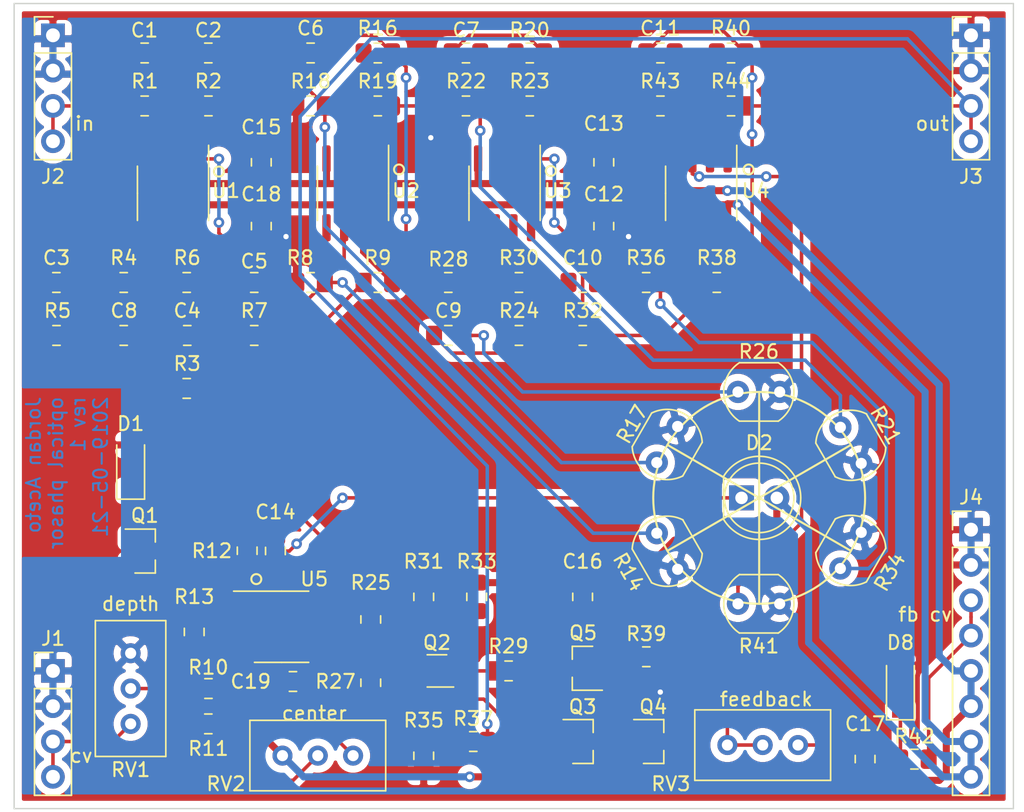
<source format=kicad_pcb>
(kicad_pcb (version 20171130) (host pcbnew 5.1.2-f72e74a~84~ubuntu18.04.1)
  (title_block (title "optical phasor plug in board") (date 2019-05-20) (rev 1) (comment 2 creativecommons.org/licenses/by/4.0/) (comment 3 "Licinse: CC by 4.0") (comment 4 "Author: Jordan Aceto"))
  (layers (0 F.Cu signal) (31 B.Cu signal) (34 B.Paste user) (35 F.Paste user) (36 B.SilkS user) (37 F.SilkS user) (38 B.Mask user) (39 F.Mask user) (44 Edge.Cuts user))
  (net 0 "")
  (net 1 "Net-(C1-Pad1)")
  (net 2 GNDREF)
  (net 3 "Net-(C2-Pad1)")
  (net 4 "Net-(C2-Pad2)")
  (net 5 "Net-(C3-Pad1)")
  (net 6 "Net-(C4-Pad2)")
  (net 7 "Net-(C4-Pad1)")
  (net 8 "Net-(C5-Pad1)")
  (net 9 "Net-(C6-Pad1)")
  (net 10 "Net-(C6-Pad2)")
  (net 11 "Net-(C7-Pad2)")
  (net 12 "Net-(C7-Pad1)")
  (net 13 "Net-(C8-Pad1)")
  (net 14 "Net-(C8-Pad2)")
  (net 15 "Net-(C9-Pad1)")
  (net 16 "Net-(C9-Pad2)")
  (net 17 "Net-(C10-Pad2)")
  (net 18 "Net-(C10-Pad1)")
  (net 19 "Net-(C11-Pad1)")
  (net 20 "Net-(C11-Pad2)")
  (net 21 "Net-(D1-Pad1)")
  (net 22 +9V)
  (net 23 "Net-(D2-Pad1)")
  (net 24 "Net-(D8-Pad1)")
  (net 25 "Net-(J1-Pad3)")
  (net 26 "Net-(J2-Pad3)")
  (net 27 "Net-(J3-Pad3)")
  (net 28 "Net-(J4-Pad3)")
  (net 29 -9V)
  (net 30 "Net-(Q2-Pad1)")
  (net 31 "Net-(Q3-Pad1)")
  (net 32 "Net-(Q5-Pad2)")
  (net 33 "Net-(R7-Pad1)")
  (net 34 "Net-(R10-Pad2)")
  (net 35 "Net-(R10-Pad1)")
  (net 36 "Net-(R11-Pad2)")
  (net 37 "Net-(R12-Pad2)")
  (net 38 "Net-(R16-Pad1)")
  (net 39 "Net-(R20-Pad1)")
  (net 40 "Net-(R24-Pad1)")
  (net 41 "Net-(R32-Pad1)")
  (net 42 "Net-(R39-Pad2)")
  (net 43 "Net-(R40-Pad1)")
  (net 44 "Net-(Q1-Pad2)")
  (net 45 "Net-(Q2-Pad3)")
  (net 46 "Net-(Q2-Pad5)")
  (net 47 "Net-(Q2-Pad2)")
  (net 48 "Net-(Q2-Pad6)")
  (module Resistor_SMD:R_0805_2012Metric_Pad1.15x1.40mm_HandSolder (layer F.Cu) (at 155.194 91.186 180)
    (fp_text reference R38 (at 0 1.778) (layer F.SilkS))
    (fp_text value 4k7)
    (pad 1 smd roundrect (at -1.025 0 180) (size 1.15 1.4) (layers F.Cu F.Paste F.Mask) (roundrect_rratio 0.217391) (net 20 "Net-(C11-Pad2)"))
    (pad 2 smd roundrect (at 1.025 0 180) (size 1.15 1.4) (layers F.Cu F.Paste F.Mask) (roundrect_rratio 0.217391) (net 41 "Net-(R32-Pad1)"))
  )
  (module Capacitor_SMD:C_0805_2012Metric_Pad1.15x1.40mm_HandSolder (layer F.Cu) (at 151.139 74.676 180)
    (fp_text reference C11 (at 0.009 1.778) (layer F.SilkS))
    (fp_text value 6n8)
    (pad 2 smd roundrect (at 1.025 0 180) (size 1.15 1.4) (layers F.Cu F.Paste F.Mask) (roundrect_rratio 0.217391) (net 20 "Net-(C11-Pad2)"))
    (pad 1 smd roundrect (at -1.025 0 180) (size 1.15 1.4) (layers F.Cu F.Paste F.Mask) (roundrect_rratio 0.217391) (net 19 "Net-(C11-Pad1)"))
  )
  (module Resistor_SMD:R_0805_2012Metric_Pad1.15x1.40mm_HandSolder (layer F.Cu) (at 150.114 91.186)
    (fp_text reference R36 (at 0 -1.778) (layer F.SilkS))
    (fp_text value 220k)
    (pad 1 smd roundrect (at -1.025 0) (size 1.15 1.4) (layers F.Cu F.Paste F.Mask) (roundrect_rratio 0.217391) (net 2 GNDREF))
    (pad 2 smd roundrect (at 1.025 0) (size 1.15 1.4) (layers F.Cu F.Paste F.Mask) (roundrect_rratio 0.217391) (net 18 "Net-(C10-Pad1)"))
  )
  (module Resistor_SMD:R_0805_2012Metric_Pad1.15x1.40mm_HandSolder (layer F.Cu) (at 151.139 78.486)
    (fp_text reference R43 (at -0.009 -1.778) (layer F.SilkS))
    (fp_text value 220k)
    (pad 1 smd roundrect (at -1.025 0) (size 1.15 1.4) (layers F.Cu F.Paste F.Mask) (roundrect_rratio 0.217391) (net 2 GNDREF))
    (pad 2 smd roundrect (at 1.025 0) (size 1.15 1.4) (layers F.Cu F.Paste F.Mask) (roundrect_rratio 0.217391) (net 19 "Net-(C11-Pad1)"))
  )
  (module Resistor_SMD:R_0805_2012Metric_Pad1.15x1.40mm_HandSolder (layer F.Cu) (at 145.551 94.996 180)
    (fp_text reference R32 (at -0.009 1.778) (layer F.SilkS))
    (fp_text value 4k7)
    (pad 2 smd roundrect (at 1.025 0 180) (size 1.15 1.4) (layers F.Cu F.Paste F.Mask) (roundrect_rratio 0.217391) (net 17 "Net-(C10-Pad2)"))
    (pad 1 smd roundrect (at -1.025 0 180) (size 1.15 1.4) (layers F.Cu F.Paste F.Mask) (roundrect_rratio 0.217391) (net 41 "Net-(R32-Pad1)"))
  )
  (module Resistor_SMD:R_0805_2012Metric_Pad1.15x1.40mm_HandSolder (layer F.Cu) (at 156.219 78.486 180)
    (fp_text reference R44 (at 0.009 1.778) (layer F.SilkS))
    (fp_text value 4k7)
    (pad 1 smd roundrect (at -1.025 0 180) (size 1.15 1.4) (layers F.Cu F.Paste F.Mask) (roundrect_rratio 0.217391) (net 27 "Net-(J3-Pad3)"))
    (pad 2 smd roundrect (at 1.025 0 180) (size 1.15 1.4) (layers F.Cu F.Paste F.Mask) (roundrect_rratio 0.217391) (net 43 "Net-(R40-Pad1)"))
  )
  (module Capacitor_SMD:C_0805_2012Metric_Pad1.15x1.40mm_HandSolder (layer F.Cu) (at 145.551 91.186 180)
    (fp_text reference C10 (at 0 1.778) (layer F.SilkS))
    (fp_text value 6n8)
    (pad 2 smd roundrect (at 1.025 0 180) (size 1.15 1.4) (layers F.Cu F.Paste F.Mask) (roundrect_rratio 0.217391) (net 17 "Net-(C10-Pad2)"))
    (pad 1 smd roundrect (at -1.025 0 180) (size 1.15 1.4) (layers F.Cu F.Paste F.Mask) (roundrect_rratio 0.217391) (net 18 "Net-(C10-Pad1)"))
  )
  (module Resistor_SMD:R_0805_2012Metric_Pad1.15x1.40mm_HandSolder (layer F.Cu) (at 156.219 74.676)
    (fp_text reference R40 (at -0.009 -1.778) (layer F.SilkS))
    (fp_text value 4k7)
    (pad 2 smd roundrect (at 1.025 0) (size 1.15 1.4) (layers F.Cu F.Paste F.Mask) (roundrect_rratio 0.217391) (net 20 "Net-(C11-Pad2)"))
    (pad 1 smd roundrect (at -1.025 0) (size 1.15 1.4) (layers F.Cu F.Paste F.Mask) (roundrect_rratio 0.217391) (net 43 "Net-(R40-Pad1)"))
  )
  (module Package_SO:SOIC-8_3.9x4.9mm_P1.27mm (layer F.Cu) (at 154.07 84.771 270)
    (fp_text reference U4 (at -0.189 -3.918 180) (layer F.SilkS))
    (fp_text value RC4558)
    (pad 8 smd roundrect (at 2.475 -1.905 270) (size 1.95 0.6) (layers F.Cu F.Paste F.Mask) (net 22 +9V))
    (pad 7 smd roundrect (at 2.475 -0.635 270) (size 1.95 0.6) (layers F.Cu F.Paste F.Mask) (net 20 "Net-(C11-Pad2)"))
    (pad 6 smd roundrect (at 2.475 0.635 270) (size 1.95 0.6) (layers F.Cu F.Paste F.Mask) (net 41 "Net-(R32-Pad1)"))
    (pad 5 smd roundrect (at 2.475 1.905 270) (size 1.95 0.6) (layers F.Cu F.Paste F.Mask) (net 18 "Net-(C10-Pad1)"))
    (pad 4 smd roundrect (at -2.475 1.905 270) (size 1.95 0.6) (layers F.Cu F.Paste F.Mask) (net 29 -9V))
    (pad 3 smd roundrect (at -2.475 0.635 270) (size 1.95 0.6) (layers F.Cu F.Paste F.Mask) (net 19 "Net-(C11-Pad1)"))
    (pad 2 smd roundrect (at -2.475 -0.635 270) (size 1.95 0.6) (layers F.Cu F.Paste F.Mask) (net 43 "Net-(R40-Pad1)"))
    (pad 1 smd roundrect (at -2.475 -1.905 270) (size 1.95 0.6) (layers F.Cu F.Paste F.Mask) (net 27 "Net-(J3-Pad3)"))
  )
  (module Resistor_SMD:R_0805_2012Metric_Pad1.15x1.40mm_HandSolder (layer F.Cu) (at 107.696 94.996)
    (fp_text reference R5 (at 0.075 -1.778) (layer F.SilkS))
    (fp_text value 220k)
    (pad 1 smd roundrect (at -1.025 0) (size 1.15 1.4) (layers F.Cu F.Paste F.Mask) (roundrect_rratio 0.217391) (net 2 GNDREF))
    (pad 2 smd roundrect (at 1.025 0) (size 1.15 1.4) (layers F.Cu F.Paste F.Mask) (roundrect_rratio 0.217391) (net 5 "Net-(C3-Pad1)"))
  )
  (module LED_THT:LED_D5.0mm (layer F.Cu) (at 156.972 106.68)
    (fp_text reference D2 (at 1.27 -3.96) (layer F.SilkS))
    (fp_text value LED)
    (pad 2 thru_hole circle (at 2.54 0) (size 1.8 1.8) (drill 0.9) (layers *.Cu *.Mask) (net 22 +9V))
    (pad 1 thru_hole rect (at 0 0) (size 1.8 1.8) (drill 0.9) (layers *.Cu *.Mask) (net 23 "Net-(D2-Pad1)"))
  )
  (module Connector_PinHeader_2.54mm:PinHeader_1x04_P2.54mm_Vertical (layer F.Cu) (at 107.442 119.126)
    (fp_text reference J1 (at 0 -2.33) (layer F.SilkS))
    (fp_text value Conn_01x04_Male)
    (pad 1 thru_hole rect (at 0 0) (size 1.7 1.7) (drill 1) (layers *.Cu *.Mask) (net 2 GNDREF))
    (pad 2 thru_hole oval (at 0 2.54) (size 1.7 1.7) (drill 1) (layers *.Cu *.Mask) (net 2 GNDREF))
    (pad 3 thru_hole oval (at 0 5.08) (size 1.7 1.7) (drill 1) (layers *.Cu *.Mask) (net 25 "Net-(J1-Pad3)"))
    (pad 4 thru_hole oval (at 0 7.62) (size 1.7 1.7) (drill 1) (layers *.Cu *.Mask) (net 25 "Net-(J1-Pad3)"))
  )
  (module Connector_PinHeader_2.54mm:PinHeader_1x04_P2.54mm_Vertical (layer F.Cu) (at 107.442 73.406)
    (fp_text reference J2 (at 0 10.16) (layer F.SilkS))
    (fp_text value Conn_01x04_Male)
    (pad 4 thru_hole oval (at 0 7.62) (size 1.7 1.7) (drill 1) (layers *.Cu *.Mask) (net 26 "Net-(J2-Pad3)"))
    (pad 3 thru_hole oval (at 0 5.08) (size 1.7 1.7) (drill 1) (layers *.Cu *.Mask) (net 26 "Net-(J2-Pad3)"))
    (pad 2 thru_hole oval (at 0 2.54) (size 1.7 1.7) (drill 1) (layers *.Cu *.Mask) (net 2 GNDREF))
    (pad 1 thru_hole rect (at 0 0) (size 1.7 1.7) (drill 1) (layers *.Cu *.Mask) (net 2 GNDREF))
  )
  (module Connector_PinHeader_2.54mm:PinHeader_1x04_P2.54mm_Vertical (layer F.Cu) (at 173.482 73.406)
    (fp_text reference J3 (at 0 10.16) (layer F.SilkS))
    (fp_text value Conn_01x04_Male)
    (pad 4 thru_hole oval (at 0 7.62) (size 1.7 1.7) (drill 1) (layers *.Cu *.Mask) (net 27 "Net-(J3-Pad3)"))
    (pad 3 thru_hole oval (at 0 5.08) (size 1.7 1.7) (drill 1) (layers *.Cu *.Mask) (net 27 "Net-(J3-Pad3)"))
    (pad 2 thru_hole oval (at 0 2.54) (size 1.7 1.7) (drill 1) (layers *.Cu *.Mask) (net 2 GNDREF))
    (pad 1 thru_hole rect (at 0 0) (size 1.7 1.7) (drill 1) (layers *.Cu *.Mask) (net 2 GNDREF))
  )
  (module Connector_PinHeader_2.54mm:PinHeader_1x08_P2.54mm_Vertical (layer F.Cu) (at 173.482 108.966)
    (fp_text reference J4 (at 0 -2.33) (layer F.SilkS))
    (fp_text value Conn_01x08_Male)
    (pad 1 thru_hole rect (at 0 0) (size 1.7 1.7) (drill 1) (layers *.Cu *.Mask) (net 2 GNDREF))
    (pad 2 thru_hole oval (at 0 2.54) (size 1.7 1.7) (drill 1) (layers *.Cu *.Mask) (net 2 GNDREF))
    (pad 3 thru_hole oval (at 0 5.08) (size 1.7 1.7) (drill 1) (layers *.Cu *.Mask) (net 28 "Net-(J4-Pad3)"))
    (pad 4 thru_hole oval (at 0 7.62) (size 1.7 1.7) (drill 1) (layers *.Cu *.Mask) (net 28 "Net-(J4-Pad3)"))
    (pad 5 thru_hole oval (at 0 10.16) (size 1.7 1.7) (drill 1) (layers *.Cu *.Mask) (net 29 -9V))
    (pad 6 thru_hole oval (at 0 12.7) (size 1.7 1.7) (drill 1) (layers *.Cu *.Mask) (net 29 -9V))
    (pad 7 thru_hole oval (at 0 15.24) (size 1.7 1.7) (drill 1) (layers *.Cu *.Mask) (net 22 +9V))
    (pad 8 thru_hole oval (at 0 17.78) (size 1.7 1.7) (drill 1) (layers *.Cu *.Mask) (net 22 +9V))
  )
  (module OptoDevice:R_LDR_5.0x4.1mm_P3mm_Vertical (layer F.Cu) (at 150.876 109.22 300)
    (fp_text reference R14 (at 1.403675 3.156764 120) (layer F.SilkS))
    (fp_text value LDR)
    (pad 1 thru_hole circle (at 0 0 300) (size 1.6 1.6) (drill 0.8) (layers *.Cu *.Mask) (net 8 "Net-(C5-Pad1)"))
    (pad 2 thru_hole circle (at 3 0 300) (size 1.6 1.6) (drill 0.8) (layers *.Cu *.Mask) (net 2 GNDREF))
  )
  (module OptoDevice:R_LDR_5.0x4.1mm_P3mm_Vertical (layer F.Cu) (at 150.876 104.14 60)
    (fp_text reference R17 (at 1.5 -2.9 60) (layer F.SilkS))
    (fp_text value LDR)
    (pad 1 thru_hole circle (at 0 0 60) (size 1.6 1.6) (drill 0.8) (layers *.Cu *.Mask) (net 9 "Net-(C6-Pad1)"))
    (pad 2 thru_hole circle (at 3 0 60) (size 1.6 1.6) (drill 0.8) (layers *.Cu *.Mask) (net 2 GNDREF))
  )
  (module OptoDevice:R_LDR_5.0x4.1mm_P3mm_Vertical (layer F.Cu) (at 164.084 101.6 300)
    (fp_text reference R21 (at 1.5 -2.9 120) (layer F.SilkS))
    (fp_text value LDR)
    (pad 2 thru_hole circle (at 3 0 300) (size 1.6 1.6) (drill 0.8) (layers *.Cu *.Mask) (net 2 GNDREF))
    (pad 1 thru_hole circle (at 0 0 300) (size 1.6 1.6) (drill 0.8) (layers *.Cu *.Mask) (net 12 "Net-(C7-Pad1)"))
  )
  (module OptoDevice:R_LDR_5.0x4.1mm_P3mm_Vertical (layer F.Cu) (at 156.718 99.06)
    (fp_text reference R26 (at 1.5 -2.9) (layer F.SilkS))
    (fp_text value LDR)
    (pad 2 thru_hole circle (at 3 0) (size 1.6 1.6) (drill 0.8) (layers *.Cu *.Mask) (net 2 GNDREF))
    (pad 1 thru_hole circle (at 0 0) (size 1.6 1.6) (drill 0.8) (layers *.Cu *.Mask) (net 15 "Net-(C9-Pad1)"))
  )
  (module OptoDevice:R_LDR_5.0x4.1mm_P3mm_Vertical (layer F.Cu) (at 164.084 111.76 60)
    (fp_text reference R34 (at 1.55803 3.206586 60) (layer F.SilkS))
    (fp_text value LDR)
    (pad 2 thru_hole circle (at 3 0 60) (size 1.6 1.6) (drill 0.8) (layers *.Cu *.Mask) (net 2 GNDREF))
    (pad 1 thru_hole circle (at 0 0 60) (size 1.6 1.6) (drill 0.8) (layers *.Cu *.Mask) (net 18 "Net-(C10-Pad1)"))
  )
  (module OptoDevice:R_LDR_5.0x4.1mm_P3mm_Vertical (layer F.Cu) (at 156.718 114.3)
    (fp_text reference R41 (at 1.5 3.048) (layer F.SilkS))
    (fp_text value LDR)
    (pad 2 thru_hole circle (at 3 0) (size 1.6 1.6) (drill 0.8) (layers *.Cu *.Mask) (net 2 GNDREF))
    (pad 1 thru_hole circle (at 0 0) (size 1.6 1.6) (drill 0.8) (layers *.Cu *.Mask) (net 19 "Net-(C11-Pad1)"))
  )
  (module Potentiometer_THT:Potentiometer_Bourns_3296W_Vertical (layer F.Cu) (at 113.03 122.936 270)
    (fp_text reference RV1 (at 3.302 0 180) (layer F.SilkS))
    (fp_text value 10k)
    (pad 1 thru_hole circle (at 0 0 270) (size 1.44 1.44) (drill 0.8) (layers *.Cu *.Mask) (net 25 "Net-(J1-Pad3)"))
    (pad 2 thru_hole circle (at -2.54 0 270) (size 1.44 1.44) (drill 0.8) (layers *.Cu *.Mask) (net 34 "Net-(R10-Pad2)"))
    (pad 3 thru_hole circle (at -5.08 0 270) (size 1.44 1.44) (drill 0.8) (layers *.Cu *.Mask) (net 2 GNDREF))
  )
  (module Potentiometer_THT:Potentiometer_Bourns_3296W_Vertical (layer F.Cu) (at 123.952 125.222 180)
    (fp_text reference RV2 (at 4.064 -2.032) (layer F.SilkS))
    (fp_text value 100k)
    (pad 1 thru_hole circle (at 0 0 180) (size 1.44 1.44) (drill 0.8) (layers *.Cu *.Mask) (net 29 -9V))
    (pad 2 thru_hole circle (at -2.54 0 180) (size 1.44 1.44) (drill 0.8) (layers *.Cu *.Mask) (net 36 "Net-(R11-Pad2)"))
    (pad 3 thru_hole circle (at -5.08 0 180) (size 1.44 1.44) (drill 0.8) (layers *.Cu *.Mask) (net 22 +9V))
  )
  (module Potentiometer_THT:Potentiometer_Bourns_3296W_Vertical (layer F.Cu) (at 161.036 124.46)
    (fp_text reference RV3 (at -9.144 2.794) (layer F.SilkS))
    (fp_text value 10k)
    (pad 3 thru_hole circle (at -5.08 0) (size 1.44 1.44) (drill 0.8) (layers *.Cu *.Mask) (net 42 "Net-(R39-Pad2)"))
    (pad 2 thru_hole circle (at -2.54 0) (size 1.44 1.44) (drill 0.8) (layers *.Cu *.Mask) (net 42 "Net-(R39-Pad2)"))
    (pad 1 thru_hole circle (at 0 0) (size 1.44 1.44) (drill 0.8) (layers *.Cu *.Mask) (net 24 "Net-(D8-Pad1)"))
  )
  (module Package_SO:SOIC-8_3.9x4.9mm_P1.27mm (layer F.Cu) (at 116.078 84.771 270)
    (fp_text reference U1 (at -0.189 -3.81 180) (layer F.SilkS))
    (fp_text value RC4558)
    (pad 1 smd roundrect (at -2.475 -1.905 270) (size 1.95 0.6) (layers F.Cu F.Paste F.Mask) (net 3 "Net-(C2-Pad1)"))
    (pad 2 smd roundrect (at -2.475 -0.635 270) (size 1.95 0.6) (layers F.Cu F.Paste F.Mask) (net 4 "Net-(C2-Pad2)"))
    (pad 3 smd roundrect (at -2.475 0.635 270) (size 1.95 0.6) (layers F.Cu F.Paste F.Mask) (net 1 "Net-(C1-Pad1)"))
    (pad 4 smd roundrect (at -2.475 1.905 270) (size 1.95 0.6) (layers F.Cu F.Paste F.Mask) (net 29 -9V))
    (pad 5 smd roundrect (at 2.475 1.905 270) (size 1.95 0.6) (layers F.Cu F.Paste F.Mask) (net 5 "Net-(C3-Pad1)"))
    (pad 6 smd roundrect (at 2.475 0.635 270) (size 1.95 0.6) (layers F.Cu F.Paste F.Mask) (net 7 "Net-(C4-Pad1)"))
    (pad 7 smd roundrect (at 2.475 -0.635 270) (size 1.95 0.6) (layers F.Cu F.Paste F.Mask) (net 6 "Net-(C4-Pad2)"))
    (pad 8 smd roundrect (at 2.475 -1.905 270) (size 1.95 0.6) (layers F.Cu F.Paste F.Mask) (net 22 +9V))
  )
  (module Package_SO:SOIC-8_3.9x4.9mm_P1.27mm (layer F.Cu) (at 129.024 84.771 270)
    (fp_text reference U2 (at -0.189 -3.818 180) (layer F.SilkS))
    (fp_text value RC4558)
    (pad 1 smd roundrect (at -2.475 -1.905 270) (size 1.95 0.6) (layers F.Cu F.Paste F.Mask) (net 11 "Net-(C7-Pad2)"))
    (pad 2 smd roundrect (at -2.475 -0.635 270) (size 1.95 0.6) (layers F.Cu F.Paste F.Mask) (net 38 "Net-(R16-Pad1)"))
    (pad 3 smd roundrect (at -2.475 0.635 270) (size 1.95 0.6) (layers F.Cu F.Paste F.Mask) (net 9 "Net-(C6-Pad1)"))
    (pad 4 smd roundrect (at -2.475 1.905 270) (size 1.95 0.6) (layers F.Cu F.Paste F.Mask) (net 29 -9V))
    (pad 5 smd roundrect (at 2.475 1.905 270) (size 1.95 0.6) (layers F.Cu F.Paste F.Mask) (net 8 "Net-(C5-Pad1)"))
    (pad 6 smd roundrect (at 2.475 0.635 270) (size 1.95 0.6) (layers F.Cu F.Paste F.Mask) (net 33 "Net-(R7-Pad1)"))
    (pad 7 smd roundrect (at 2.475 -0.635 270) (size 1.95 0.6) (layers F.Cu F.Paste F.Mask) (net 10 "Net-(C6-Pad2)"))
    (pad 8 smd roundrect (at 2.475 -1.905 270) (size 1.95 0.6) (layers F.Cu F.Paste F.Mask) (net 22 +9V))
  )
  (module Package_SO:SOIC-8_3.9x4.9mm_P1.27mm (layer F.Cu) (at 139.928 84.771 270)
    (fp_text reference U3 (at -0.189 -3.836 180) (layer F.SilkS))
    (fp_text value RC4558)
    (pad 1 smd roundrect (at -2.475 -1.905 270) (size 1.95 0.6) (layers F.Cu F.Paste F.Mask) (net 16 "Net-(C9-Pad2)"))
    (pad 2 smd roundrect (at -2.475 -0.635 270) (size 1.95 0.6) (layers F.Cu F.Paste F.Mask) (net 39 "Net-(R20-Pad1)"))
    (pad 3 smd roundrect (at -2.475 0.635 270) (size 1.95 0.6) (layers F.Cu F.Paste F.Mask) (net 12 "Net-(C7-Pad1)"))
    (pad 4 smd roundrect (at -2.475 1.905 270) (size 1.95 0.6) (layers F.Cu F.Paste F.Mask) (net 29 -9V))
    (pad 5 smd roundrect (at 2.475 1.905 270) (size 1.95 0.6) (layers F.Cu F.Paste F.Mask) (net 15 "Net-(C9-Pad1)"))
    (pad 6 smd roundrect (at 2.475 0.635 270) (size 1.95 0.6) (layers F.Cu F.Paste F.Mask) (net 40 "Net-(R24-Pad1)"))
    (pad 7 smd roundrect (at 2.475 -0.635 270) (size 1.95 0.6) (layers F.Cu F.Paste F.Mask) (net 17 "Net-(C10-Pad2)"))
    (pad 8 smd roundrect (at 2.475 -1.905 270) (size 1.95 0.6) (layers F.Cu F.Paste F.Mask) (net 22 +9V))
  )
  (module Package_SO:SOIC-8_3.9x4.9mm_P1.27mm (layer F.Cu) (at 123.887 115.952)
    (fp_text reference U5 (at 2.351 -3.43) (layer F.SilkS))
    (fp_text value TL072)
    (pad 8 smd roundrect (at 2.475 -1.905) (size 1.95 0.6) (layers F.Cu F.Paste F.Mask) (net 22 +9V))
    (pad 7 smd roundrect (at 2.475 -0.635) (size 1.95 0.6) (layers F.Cu F.Paste F.Mask) (net 14 "Net-(C8-Pad2)"))
    (pad 6 smd roundrect (at 2.475 0.635) (size 1.95 0.6) (layers F.Cu F.Paste F.Mask) (net 45 "Net-(Q2-Pad3)"))
    (pad 5 smd roundrect (at 2.475 1.905) (size 1.95 0.6) (layers F.Cu F.Paste F.Mask) (net 48 "Net-(Q2-Pad6)"))
    (pad 4 smd roundrect (at -2.475 1.905) (size 1.95 0.6) (layers F.Cu F.Paste F.Mask) (net 29 -9V))
    (pad 3 smd roundrect (at -2.475 0.635) (size 1.95 0.6) (layers F.Cu F.Paste F.Mask) (net 35 "Net-(R10-Pad1)"))
    (pad 2 smd roundrect (at -2.475 -0.635) (size 1.95 0.6) (layers F.Cu F.Paste F.Mask) (net 44 "Net-(Q1-Pad2)"))
    (pad 1 smd roundrect (at -2.475 -1.905) (size 1.95 0.6) (layers F.Cu F.Paste F.Mask) (net 37 "Net-(R12-Pad2)"))
  )
  (module Capacitor_SMD:C_0805_2012Metric_Pad1.15x1.40mm_HandSolder (layer F.Cu) (at 114.037 74.676 180)
    (fp_text reference C1 (at 0.017 1.632) (layer F.SilkS))
    (fp_text value 33pF)
    (pad 2 smd roundrect (at 1.025 0 180) (size 1.15 1.4) (layers F.Cu F.Paste F.Mask) (roundrect_rratio 0.217391) (net 2 GNDREF))
    (pad 1 smd roundrect (at -1.025 0 180) (size 1.15 1.4) (layers F.Cu F.Paste F.Mask) (roundrect_rratio 0.217391) (net 1 "Net-(C1-Pad1)"))
  )
  (module Capacitor_SMD:C_0805_2012Metric_Pad1.15x1.40mm_HandSolder (layer F.Cu) (at 118.618 74.676 180)
    (fp_text reference C2 (at 0 1.632) (layer F.SilkS))
    (fp_text value 100nF)
    (pad 1 smd roundrect (at -1.025 0 180) (size 1.15 1.4) (layers F.Cu F.Paste F.Mask) (roundrect_rratio 0.217391) (net 3 "Net-(C2-Pad1)"))
    (pad 2 smd roundrect (at 1.025 0 180) (size 1.15 1.4) (layers F.Cu F.Paste F.Mask) (roundrect_rratio 0.217391) (net 4 "Net-(C2-Pad2)"))
  )
  (module Capacitor_SMD:C_0805_2012Metric_Pad1.15x1.40mm_HandSolder (layer F.Cu) (at 107.687 91.186 180)
    (fp_text reference C3 (at -0.009 1.778) (layer F.SilkS))
    (fp_text value 4n7)
    (pad 1 smd roundrect (at -1.025 0 180) (size 1.15 1.4) (layers F.Cu F.Paste F.Mask) (roundrect_rratio 0.217391) (net 5 "Net-(C3-Pad1)"))
    (pad 2 smd roundrect (at 1.025 0 180) (size 1.15 1.4) (layers F.Cu F.Paste F.Mask) (roundrect_rratio 0.217391) (net 2 GNDREF))
  )
  (module Capacitor_SMD:C_0805_2012Metric_Pad1.15x1.40mm_HandSolder (layer F.Cu) (at 117.103 94.996)
    (fp_text reference C4 (at -0.009 -1.778) (layer F.SilkS))
    (fp_text value 1nF)
    (pad 2 smd roundrect (at 1.025 0) (size 1.15 1.4) (layers F.Cu F.Paste F.Mask) (roundrect_rratio 0.217391) (net 6 "Net-(C4-Pad2)"))
    (pad 1 smd roundrect (at -1.025 0) (size 1.15 1.4) (layers F.Cu F.Paste F.Mask) (roundrect_rratio 0.217391) (net 7 "Net-(C4-Pad1)"))
  )
  (module Capacitor_SMD:C_0805_2012Metric_Pad1.15x1.40mm_HandSolder (layer F.Cu) (at 121.92 91.186 180)
    (fp_text reference C5 (at 0 1.524) (layer F.SilkS))
    (fp_text value 6n8)
    (pad 1 smd roundrect (at -1.025 0 180) (size 1.15 1.4) (layers F.Cu F.Paste F.Mask) (roundrect_rratio 0.217391) (net 8 "Net-(C5-Pad1)"))
    (pad 2 smd roundrect (at 1.025 0 180) (size 1.15 1.4) (layers F.Cu F.Paste F.Mask) (roundrect_rratio 0.217391) (net 6 "Net-(C4-Pad2)"))
  )
  (module Capacitor_SMD:C_0805_2012Metric_Pad1.15x1.40mm_HandSolder (layer F.Cu) (at 125.975 74.676)
    (fp_text reference C6 (at 0 -1.778) (layer F.SilkS))
    (fp_text value 6n8)
    (pad 1 smd roundrect (at -1.025 0) (size 1.15 1.4) (layers F.Cu F.Paste F.Mask) (roundrect_rratio 0.217391) (net 9 "Net-(C6-Pad1)"))
    (pad 2 smd roundrect (at 1.025 0) (size 1.15 1.4) (layers F.Cu F.Paste F.Mask) (roundrect_rratio 0.217391) (net 10 "Net-(C6-Pad2)"))
  )
  (module Capacitor_SMD:C_0805_2012Metric_Pad1.15x1.40mm_HandSolder (layer F.Cu) (at 137.151 74.676 180)
    (fp_text reference C7 (at -0.009 1.651) (layer F.SilkS))
    (fp_text value 6n8)
    (pad 1 smd roundrect (at -1.025 0 180) (size 1.15 1.4) (layers F.Cu F.Paste F.Mask) (roundrect_rratio 0.217391) (net 12 "Net-(C7-Pad1)"))
    (pad 2 smd roundrect (at 1.025 0 180) (size 1.15 1.4) (layers F.Cu F.Paste F.Mask) (roundrect_rratio 0.217391) (net 11 "Net-(C7-Pad2)"))
  )
  (module Capacitor_SMD:C_0805_2012Metric_Pad1.15x1.40mm_HandSolder (layer F.Cu) (at 112.531 94.996)
    (fp_text reference C8 (at 0.025 -1.778) (layer F.SilkS))
    (fp_text value 470nF)
    (pad 2 smd roundrect (at 1.025 0) (size 1.15 1.4) (layers F.Cu F.Paste F.Mask) (roundrect_rratio 0.217391) (net 14 "Net-(C8-Pad2)"))
    (pad 1 smd roundrect (at -1.025 0) (size 1.15 1.4) (layers F.Cu F.Paste F.Mask) (roundrect_rratio 0.217391) (net 13 "Net-(C8-Pad1)"))
  )
  (module Capacitor_SMD:C_0805_2012Metric_Pad1.15x1.40mm_HandSolder (layer F.Cu) (at 135.881 94.996 180)
    (fp_text reference C9 (at -0.009 1.778) (layer F.SilkS))
    (fp_text value 6n8)
    (pad 1 smd roundrect (at -1.025 0 180) (size 1.15 1.4) (layers F.Cu F.Paste F.Mask) (roundrect_rratio 0.217391) (net 15 "Net-(C9-Pad1)"))
    (pad 2 smd roundrect (at 1.025 0 180) (size 1.15 1.4) (layers F.Cu F.Paste F.Mask) (roundrect_rratio 0.217391) (net 16 "Net-(C9-Pad2)"))
  )
  (module Resistor_SMD:R_0805_2012Metric_Pad1.15x1.40mm_HandSolder (layer F.Cu) (at 114.037 78.486)
    (fp_text reference R1 (at 0.009 -1.778) (layer F.SilkS))
    (fp_text value 3k9)
    (pad 1 smd roundrect (at -1.025 0) (size 1.15 1.4) (layers F.Cu F.Paste F.Mask) (roundrect_rratio 0.217391) (net 26 "Net-(J2-Pad3)"))
    (pad 2 smd roundrect (at 1.025 0) (size 1.15 1.4) (layers F.Cu F.Paste F.Mask) (roundrect_rratio 0.217391) (net 1 "Net-(C1-Pad1)"))
  )
  (module Resistor_SMD:R_0805_2012Metric_Pad1.15x1.40mm_HandSolder (layer F.Cu) (at 118.627 78.486 180)
    (fp_text reference R2 (at 0.009 1.778) (layer F.SilkS))
    (fp_text value 390k)
    (pad 2 smd roundrect (at 1.025 0 180) (size 1.15 1.4) (layers F.Cu F.Paste F.Mask) (roundrect_rratio 0.217391) (net 4 "Net-(C2-Pad2)"))
    (pad 1 smd roundrect (at -1.025 0 180) (size 1.15 1.4) (layers F.Cu F.Paste F.Mask) (roundrect_rratio 0.217391) (net 3 "Net-(C2-Pad1)"))
  )
  (module Resistor_SMD:R_0805_2012Metric_Pad1.15x1.40mm_HandSolder (layer F.Cu) (at 117.063 98.806)
    (fp_text reference R3 (at 0.031 -1.778) (layer F.SilkS))
    (fp_text value 4k7)
    (pad 1 smd roundrect (at -1.025 0) (size 1.15 1.4) (layers F.Cu F.Paste F.Mask) (roundrect_rratio 0.217391) (net 7 "Net-(C4-Pad1)"))
    (pad 2 smd roundrect (at 1.025 0) (size 1.15 1.4) (layers F.Cu F.Paste F.Mask) (roundrect_rratio 0.217391) (net 3 "Net-(C2-Pad1)"))
  )
  (module Resistor_SMD:R_0805_2012Metric_Pad1.15x1.40mm_HandSolder (layer F.Cu) (at 112.531 91.186 180)
    (fp_text reference R4 (at 0 1.778) (layer F.SilkS))
    (fp_text value 8k2)
    (pad 1 smd roundrect (at -1.025 0 180) (size 1.15 1.4) (layers F.Cu F.Paste F.Mask) (roundrect_rratio 0.217391) (net 13 "Net-(C8-Pad1)"))
    (pad 2 smd roundrect (at 1.025 0 180) (size 1.15 1.4) (layers F.Cu F.Paste F.Mask) (roundrect_rratio 0.217391) (net 5 "Net-(C3-Pad1)"))
  )
  (module Resistor_SMD:R_0805_2012Metric_Pad1.15x1.40mm_HandSolder (layer F.Cu) (at 117.063 91.186 180)
    (fp_text reference R6 (at -0.031 1.778) (layer F.SilkS))
    (fp_text value 4k7)
    (pad 2 smd roundrect (at 1.025 0 180) (size 1.15 1.4) (layers F.Cu F.Paste F.Mask) (roundrect_rratio 0.217391) (net 7 "Net-(C4-Pad1)"))
    (pad 1 smd roundrect (at -1.025 0 180) (size 1.15 1.4) (layers F.Cu F.Paste F.Mask) (roundrect_rratio 0.217391) (net 6 "Net-(C4-Pad2)"))
  )
  (module Resistor_SMD:R_0805_2012Metric_Pad1.15x1.40mm_HandSolder (layer F.Cu) (at 121.92 94.996 180)
    (fp_text reference R7 (at 0 1.778) (layer F.SilkS))
    (fp_text value 4k7)
    (pad 1 smd roundrect (at -1.025 0 180) (size 1.15 1.4) (layers F.Cu F.Paste F.Mask) (roundrect_rratio 0.217391) (net 33 "Net-(R7-Pad1)"))
    (pad 2 smd roundrect (at 1.025 0 180) (size 1.15 1.4) (layers F.Cu F.Paste F.Mask) (roundrect_rratio 0.217391) (net 6 "Net-(C4-Pad2)"))
  )
  (module Resistor_SMD:R_0805_2012Metric_Pad1.15x1.40mm_HandSolder (layer F.Cu) (at 125.975 91.186)
    (fp_text reference R8 (at -0.753 -1.778) (layer F.SilkS))
    (fp_text value 220k)
    (pad 1 smd roundrect (at -1.025 0) (size 1.15 1.4) (layers F.Cu F.Paste F.Mask) (roundrect_rratio 0.217391) (net 2 GNDREF))
    (pad 2 smd roundrect (at 1.025 0) (size 1.15 1.4) (layers F.Cu F.Paste F.Mask) (roundrect_rratio 0.217391) (net 8 "Net-(C5-Pad1)"))
  )
  (module Resistor_SMD:R_0805_2012Metric_Pad1.15x1.40mm_HandSolder (layer F.Cu) (at 130.81 91.186 180)
    (fp_text reference R9 (at 0 1.778) (layer F.SilkS))
    (fp_text value 4k7)
    (pad 2 smd roundrect (at 1.025 0 180) (size 1.15 1.4) (layers F.Cu F.Paste F.Mask) (roundrect_rratio 0.217391) (net 33 "Net-(R7-Pad1)"))
    (pad 1 smd roundrect (at -1.025 0 180) (size 1.15 1.4) (layers F.Cu F.Paste F.Mask) (roundrect_rratio 0.217391) (net 10 "Net-(C6-Pad2)"))
  )
  (module Resistor_SMD:R_0805_2012Metric_Pad1.15x1.40mm_HandSolder (layer F.Cu) (at 118.627 120.396 180)
    (fp_text reference R10 (at 0.009 1.524) (layer F.SilkS))
    (fp_text value 100k)
    (pad 2 smd roundrect (at 1.025 0 180) (size 1.15 1.4) (layers F.Cu F.Paste F.Mask) (roundrect_rratio 0.217391) (net 34 "Net-(R10-Pad2)"))
    (pad 1 smd roundrect (at -1.025 0 180) (size 1.15 1.4) (layers F.Cu F.Paste F.Mask) (roundrect_rratio 0.217391) (net 35 "Net-(R10-Pad1)"))
  )
  (module Resistor_SMD:R_0805_2012Metric_Pad1.15x1.40mm_HandSolder (layer F.Cu) (at 118.618 122.936 180)
    (fp_text reference R11 (at 0 -1.778) (layer F.SilkS))
    (fp_text value 100k)
    (pad 1 smd roundrect (at -1.025 0 180) (size 1.15 1.4) (layers F.Cu F.Paste F.Mask) (roundrect_rratio 0.217391) (net 35 "Net-(R10-Pad1)"))
    (pad 2 smd roundrect (at 1.025 0 180) (size 1.15 1.4) (layers F.Cu F.Paste F.Mask) (roundrect_rratio 0.217391) (net 36 "Net-(R11-Pad2)"))
  )
  (module Resistor_SMD:R_0805_2012Metric_Pad1.15x1.40mm_HandSolder (layer F.Cu) (at 121.412 110.481 270)
    (fp_text reference R12 (at 0.009 2.54 180) (layer F.SilkS))
    (fp_text value 1k)
    (pad 2 smd roundrect (at 1.025 0 270) (size 1.15 1.4) (layers F.Cu F.Paste F.Mask) (roundrect_rratio 0.217391) (net 37 "Net-(R12-Pad2)"))
    (pad 1 smd roundrect (at -1.025 0 270) (size 1.15 1.4) (layers F.Cu F.Paste F.Mask) (roundrect_rratio 0.217391) (net 21 "Net-(D1-Pad1)"))
  )
  (module Resistor_SMD:R_0805_2012Metric_Pad1.15x1.40mm_HandSolder (layer F.Cu) (at 117.602 116.323 90)
    (fp_text reference R13 (at 2.531 0 180) (layer F.SilkS))
    (fp_text value 220R)
    (pad 1 smd roundrect (at -1.025 0 90) (size 1.15 1.4) (layers F.Cu F.Paste F.Mask) (roundrect_rratio 0.217391) (net 2 GNDREF))
    (pad 2 smd roundrect (at 1.025 0 90) (size 1.15 1.4) (layers F.Cu F.Paste F.Mask) (roundrect_rratio 0.217391) (net 44 "Net-(Q1-Pad2)"))
  )
  (module Resistor_SMD:R_0805_2012Metric_Pad1.15x1.40mm_HandSolder (layer F.Cu) (at 130.81 74.676)
    (fp_text reference R16 (at -0.009 -1.778) (layer F.SilkS))
    (fp_text value 4k7)
    (pad 2 smd roundrect (at 1.025 0) (size 1.15 1.4) (layers F.Cu F.Paste F.Mask) (roundrect_rratio 0.217391) (net 10 "Net-(C6-Pad2)"))
    (pad 1 smd roundrect (at -1.025 0) (size 1.15 1.4) (layers F.Cu F.Paste F.Mask) (roundrect_rratio 0.217391) (net 38 "Net-(R16-Pad1)"))
  )
  (module Resistor_SMD:R_0805_2012Metric_Pad1.15x1.40mm_HandSolder (layer F.Cu) (at 125.975 78.486)
    (fp_text reference R18 (at 0.009 -1.778) (layer F.SilkS))
    (fp_text value 220k)
    (pad 2 smd roundrect (at 1.025 0) (size 1.15 1.4) (layers F.Cu F.Paste F.Mask) (roundrect_rratio 0.217391) (net 9 "Net-(C6-Pad1)"))
    (pad 1 smd roundrect (at -1.025 0) (size 1.15 1.4) (layers F.Cu F.Paste F.Mask) (roundrect_rratio 0.217391) (net 2 GNDREF))
  )
  (module Resistor_SMD:R_0805_2012Metric_Pad1.15x1.40mm_HandSolder (layer F.Cu) (at 130.81 78.486 180)
    (fp_text reference R19 (at 0 1.778) (layer F.SilkS))
    (fp_text value 4k7)
    (pad 1 smd roundrect (at -1.025 0 180) (size 1.15 1.4) (layers F.Cu F.Paste F.Mask) (roundrect_rratio 0.217391) (net 11 "Net-(C7-Pad2)"))
    (pad 2 smd roundrect (at 1.025 0 180) (size 1.15 1.4) (layers F.Cu F.Paste F.Mask) (roundrect_rratio 0.217391) (net 38 "Net-(R16-Pad1)"))
  )
  (module Resistor_SMD:R_0805_2012Metric_Pad1.15x1.40mm_HandSolder (layer F.Cu) (at 141.741 74.676)
    (fp_text reference R20 (at -0.009 -1.651) (layer F.SilkS))
    (fp_text value 4k7)
    (pad 2 smd roundrect (at 1.025 0) (size 1.15 1.4) (layers F.Cu F.Paste F.Mask) (roundrect_rratio 0.217391) (net 11 "Net-(C7-Pad2)"))
    (pad 1 smd roundrect (at -1.025 0) (size 1.15 1.4) (layers F.Cu F.Paste F.Mask) (roundrect_rratio 0.217391) (net 39 "Net-(R20-Pad1)"))
  )
  (module Resistor_SMD:R_0805_2012Metric_Pad1.15x1.40mm_HandSolder (layer F.Cu) (at 137.151 78.486)
    (fp_text reference R22 (at 0.009 -1.778 180) (layer F.SilkS))
    (fp_text value 220k)
    (pad 2 smd roundrect (at 1.025 0) (size 1.15 1.4) (layers F.Cu F.Paste F.Mask) (roundrect_rratio 0.217391) (net 12 "Net-(C7-Pad1)"))
    (pad 1 smd roundrect (at -1.025 0) (size 1.15 1.4) (layers F.Cu F.Paste F.Mask) (roundrect_rratio 0.217391) (net 2 GNDREF))
  )
  (module Resistor_SMD:R_0805_2012Metric_Pad1.15x1.40mm_HandSolder (layer F.Cu) (at 141.741 78.486 180)
    (fp_text reference R23 (at 0.009 1.778) (layer F.SilkS))
    (fp_text value 4k7)
    (pad 2 smd roundrect (at 1.025 0 180) (size 1.15 1.4) (layers F.Cu F.Paste F.Mask) (roundrect_rratio 0.217391) (net 39 "Net-(R20-Pad1)"))
    (pad 1 smd roundrect (at -1.025 0 180) (size 1.15 1.4) (layers F.Cu F.Paste F.Mask) (roundrect_rratio 0.217391) (net 16 "Net-(C9-Pad2)"))
  )
  (module Resistor_SMD:R_0805_2012Metric_Pad1.15x1.40mm_HandSolder (layer F.Cu) (at 140.961 94.996)
    (fp_text reference R24 (at 0.009 -1.778) (layer F.SilkS))
    (fp_text value 4k7)
    (pad 2 smd roundrect (at 1.025 0) (size 1.15 1.4) (layers F.Cu F.Paste F.Mask) (roundrect_rratio 0.217391) (net 16 "Net-(C9-Pad2)"))
    (pad 1 smd roundrect (at -1.025 0) (size 1.15 1.4) (layers F.Cu F.Paste F.Mask) (roundrect_rratio 0.217391) (net 40 "Net-(R24-Pad1)"))
  )
  (module Resistor_SMD:R_0805_2012Metric_Pad1.15x1.40mm_HandSolder (layer F.Cu) (at 130.302 115.427 270)
    (fp_text reference R25 (at -2.651 0 180) (layer F.SilkS))
    (fp_text value 220k)
    (pad 2 smd roundrect (at 1.025 0 270) (size 1.15 1.4) (layers F.Cu F.Paste F.Mask) (roundrect_rratio 0.217391) (net 45 "Net-(Q2-Pad3)"))
    (pad 1 smd roundrect (at -1.025 0 270) (size 1.15 1.4) (layers F.Cu F.Paste F.Mask) (roundrect_rratio 0.217391) (net 14 "Net-(C8-Pad2)"))
  )
  (module Resistor_SMD:R_0805_2012Metric_Pad1.15x1.40mm_HandSolder (layer F.Cu) (at 130.302 119.977 90)
    (fp_text reference R27 (at 0.089 -2.54 180) (layer F.SilkS))
    (fp_text value 220k)
    (pad 1 smd roundrect (at -1.025 0 90) (size 1.15 1.4) (layers F.Cu F.Paste F.Mask) (roundrect_rratio 0.217391) (net 2 GNDREF))
    (pad 2 smd roundrect (at 1.025 0 90) (size 1.15 1.4) (layers F.Cu F.Paste F.Mask) (roundrect_rratio 0.217391) (net 48 "Net-(Q2-Pad6)"))
  )
  (module Resistor_SMD:R_0805_2012Metric_Pad1.15x1.40mm_HandSolder (layer F.Cu) (at 135.881 91.186)
    (fp_text reference R28 (at 0.009 -1.67) (layer F.SilkS))
    (fp_text value 220k)
    (pad 2 smd roundrect (at 1.025 0) (size 1.15 1.4) (layers F.Cu F.Paste F.Mask) (roundrect_rratio 0.217391) (net 15 "Net-(C9-Pad1)"))
    (pad 1 smd roundrect (at -1.025 0) (size 1.15 1.4) (layers F.Cu F.Paste F.Mask) (roundrect_rratio 0.217391) (net 2 GNDREF))
  )
  (module Resistor_SMD:R_0805_2012Metric_Pad1.15x1.40mm_HandSolder (layer F.Cu) (at 140.217 119.126 180)
    (fp_text reference R29 (at 0.009 1.778) (layer F.SilkS))
    (fp_text value 220R)
    (pad 1 smd roundrect (at -1.025 0 180) (size 1.15 1.4) (layers F.Cu F.Paste F.Mask) (roundrect_rratio 0.217391) (net 2 GNDREF))
    (pad 2 smd roundrect (at 1.025 0 180) (size 1.15 1.4) (layers F.Cu F.Paste F.Mask) (roundrect_rratio 0.217391) (net 47 "Net-(Q2-Pad2)"))
  )
  (module Resistor_SMD:R_0805_2012Metric_Pad1.15x1.40mm_HandSolder (layer F.Cu) (at 140.961 91.186 180)
    (fp_text reference R30 (at -0.009 1.778) (layer F.SilkS))
    (fp_text value 4k7)
    (pad 1 smd roundrect (at -1.025 0 180) (size 1.15 1.4) (layers F.Cu F.Paste F.Mask) (roundrect_rratio 0.217391) (net 17 "Net-(C10-Pad2)"))
    (pad 2 smd roundrect (at 1.025 0 180) (size 1.15 1.4) (layers F.Cu F.Paste F.Mask) (roundrect_rratio 0.217391) (net 40 "Net-(R24-Pad1)"))
  )
  (module Resistor_SMD:R_0805_2012Metric_Pad1.15x1.40mm_HandSolder (layer F.Cu) (at 134.112 113.801 90)
    (fp_text reference R31 (at 2.549 0 180) (layer F.SilkS))
    (fp_text value 47k)
    (pad 2 smd roundrect (at 1.025 0 90) (size 1.15 1.4) (layers F.Cu F.Paste F.Mask) (roundrect_rratio 0.217391) (net 22 +9V))
    (pad 1 smd roundrect (at -1.025 0 90) (size 1.15 1.4) (layers F.Cu F.Paste F.Mask) (roundrect_rratio 0.217391) (net 48 "Net-(Q2-Pad6)"))
  )
  (module Resistor_SMD:R_0805_2012Metric_Pad1.15x1.40mm_HandSolder (layer F.Cu) (at 137.922 113.801 90)
    (fp_text reference R33 (at 2.549 0 180) (layer F.SilkS))
    (fp_text value 47k)
    (pad 2 smd roundrect (at 1.025 0 90) (size 1.15 1.4) (layers F.Cu F.Paste F.Mask) (roundrect_rratio 0.217391) (net 22 +9V))
    (pad 1 smd roundrect (at -1.025 0 90) (size 1.15 1.4) (layers F.Cu F.Paste F.Mask) (roundrect_rratio 0.217391) (net 45 "Net-(Q2-Pad3)"))
  )
  (module Resistor_SMD:R_0805_2012Metric_Pad1.15x1.40mm_HandSolder (layer F.Cu) (at 134.112 125.231 90)
    (fp_text reference R35 (at 2.549 0 180) (layer F.SilkS))
    (fp_text value 220R)
    (pad 1 smd roundrect (at -1.025 0 90) (size 1.15 1.4) (layers F.Cu F.Paste F.Mask) (roundrect_rratio 0.217391) (net 2 GNDREF))
    (pad 2 smd roundrect (at 1.025 0 90) (size 1.15 1.4) (layers F.Cu F.Paste F.Mask) (roundrect_rratio 0.217391) (net 46 "Net-(Q2-Pad5)"))
  )
  (module Resistor_SMD:R_0805_2012Metric_Pad1.15x1.40mm_HandSolder (layer F.Cu) (at 137.677 124.206)
    (fp_text reference R37 (at 0 -1.65) (layer F.SilkS))
    (fp_text value 100k)
    (pad 1 smd roundrect (at -1.025 0) (size 1.15 1.4) (layers F.Cu F.Paste F.Mask) (roundrect_rratio 0.217391) (net 46 "Net-(Q2-Pad5)"))
    (pad 2 smd roundrect (at 1.025 0) (size 1.15 1.4) (layers F.Cu F.Paste F.Mask) (roundrect_rratio 0.217391) (net 27 "Net-(J3-Pad3)"))
  )
  (module Resistor_SMD:R_0805_2012Metric_Pad1.15x1.40mm_HandSolder (layer F.Cu) (at 150.123 118.11)
    (fp_text reference R39 (at 0 -1.65) (layer F.SilkS))
    (fp_text value 2k7)
    (pad 2 smd roundrect (at 1.025 0) (size 1.15 1.4) (layers F.Cu F.Paste F.Mask) (roundrect_rratio 0.217391) (net 42 "Net-(R39-Pad2)"))
    (pad 1 smd roundrect (at -1.025 0) (size 1.15 1.4) (layers F.Cu F.Paste F.Mask) (roundrect_rratio 0.217391) (net 32 "Net-(Q5-Pad2)"))
  )
  (module Resistor_SMD:R_0805_2012Metric_Pad1.15x1.40mm_HandSolder (layer F.Cu) (at 169.409 125.476)
    (fp_text reference R42 (at 0 -1.65) (layer F.SilkS))
    (fp_text value 7k5)
    (pad 2 smd roundrect (at 1.025 0) (size 1.15 1.4) (layers F.Cu F.Paste F.Mask) (roundrect_rratio 0.217391) (net 28 "Net-(J4-Pad3)"))
    (pad 1 smd roundrect (at -1.025 0) (size 1.15 1.4) (layers F.Cu F.Paste F.Mask) (roundrect_rratio 0.217391) (net 24 "Net-(D8-Pad1)"))
  )
  (module Diode_SMD:D_SOD-123 (layer F.Cu) (at 113.03 104.522 90)
    (fp_text reference D1 (at 3.176 0 180) (layer F.SilkS))
    (fp_text value 1N914)
    (pad 2 smd rect (at 1.65 0 90) (size 0.9 1.2) (layers F.Cu F.Paste F.Mask) (net 2 GNDREF))
    (pad 1 smd rect (at -1.65 0 90) (size 0.9 1.2) (layers F.Cu F.Paste F.Mask) (net 21 "Net-(D1-Pad1)"))
  )
  (module Diode_SMD:D_SOD-123 (layer F.Cu) (at 168.402 120.396 90)
    (fp_text reference D8 (at 3.302 0 180) (layer F.SilkS))
    (fp_text value 1N5225B)
    (pad 1 smd rect (at -1.65 0 90) (size 0.9 1.2) (layers F.Cu F.Paste F.Mask) (net 24 "Net-(D8-Pad1)"))
    (pad 2 smd rect (at 1.65 0 90) (size 0.9 1.2) (layers F.Cu F.Paste F.Mask) (net 2 GNDREF))
  )
  (module Package_TO_SOT_SMD:SOT-23 (layer F.Cu) (at 114.046 110.506)
    (fp_text reference Q1 (at 0 -2.556) (layer F.SilkS))
    (fp_text value MMBT3904)
    (pad 3 smd rect (at 1 0) (size 0.9 0.8) (layers F.Cu F.Paste F.Mask) (net 23 "Net-(D2-Pad1)"))
    (pad 2 smd rect (at -1 0.95) (size 0.9 0.8) (layers F.Cu F.Paste F.Mask) (net 44 "Net-(Q1-Pad2)"))
    (pad 1 smd rect (at -1 -0.95) (size 0.9 0.8) (layers F.Cu F.Paste F.Mask) (net 21 "Net-(D1-Pad1)"))
  )
  (module Package_TO_SOT_SMD:SOT-363_SC-70-6 (layer F.Cu) (at 135.062 119.126 180)
    (fp_text reference Q2 (at 0 2.032) (layer F.SilkS))
    (fp_text value MMDT3904)
    (pad 1 smd rect (at -0.95 -0.65 180) (size 0.65 0.4) (layers F.Cu F.Paste F.Mask) (net 30 "Net-(Q2-Pad1)"))
    (pad 3 smd rect (at -0.95 0.65 180) (size 0.65 0.4) (layers F.Cu F.Paste F.Mask) (net 45 "Net-(Q2-Pad3)"))
    (pad 5 smd rect (at 0.95 0 180) (size 0.65 0.4) (layers F.Cu F.Paste F.Mask) (net 46 "Net-(Q2-Pad5)"))
    (pad 2 smd rect (at -0.95 0 180) (size 0.65 0.4) (layers F.Cu F.Paste F.Mask) (net 47 "Net-(Q2-Pad2)"))
    (pad 4 smd rect (at 0.95 0.65 180) (size 0.65 0.4) (layers F.Cu F.Paste F.Mask) (net 30 "Net-(Q2-Pad1)"))
    (pad 6 smd rect (at 0.95 -0.65 180) (size 0.65 0.4) (layers F.Cu F.Paste F.Mask) (net 48 "Net-(Q2-Pad6)"))
  )
  (module Package_TO_SOT_SMD:SOT-23 (layer F.Cu) (at 145.542 124.206)
    (fp_text reference Q3 (at 0 -2.5) (layer F.SilkS))
    (fp_text value MMBT3904)
    (pad 1 smd rect (at -1 -0.95) (size 0.9 0.8) (layers F.Cu F.Paste F.Mask) (net 31 "Net-(Q3-Pad1)"))
    (pad 2 smd rect (at -1 0.95) (size 0.9 0.8) (layers F.Cu F.Paste F.Mask) (net 29 -9V))
    (pad 3 smd rect (at 1 0) (size 0.9 0.8) (layers F.Cu F.Paste F.Mask) (net 30 "Net-(Q2-Pad1)"))
  )
  (module Package_TO_SOT_SMD:SOT-23 (layer F.Cu) (at 150.622 124.206)
    (fp_text reference Q4 (at 0 -2.5) (layer F.SilkS))
    (fp_text value MMBT3904)
    (pad 3 smd rect (at 1 0) (size 0.9 0.8) (layers F.Cu F.Paste F.Mask) (net 31 "Net-(Q3-Pad1)"))
    (pad 2 smd rect (at -1 0.95) (size 0.9 0.8) (layers F.Cu F.Paste F.Mask) (net 29 -9V))
    (pad 1 smd rect (at -1 -0.95) (size 0.9 0.8) (layers F.Cu F.Paste F.Mask) (net 31 "Net-(Q3-Pad1)"))
  )
  (module Package_TO_SOT_SMD:SOT-23 (layer F.Cu) (at 145.558 118.938 180)
    (fp_text reference Q5 (at -0.016 2.54) (layer F.SilkS))
    (fp_text value MMBT3906)
    (pad 1 smd rect (at -1 -0.95 180) (size 0.9 0.8) (layers F.Cu F.Paste F.Mask) (net 2 GNDREF))
    (pad 2 smd rect (at -1 0.95 180) (size 0.9 0.8) (layers F.Cu F.Paste F.Mask) (net 32 "Net-(Q5-Pad2)"))
    (pad 3 smd rect (at 1 0 180) (size 0.9 0.8) (layers F.Cu F.Paste F.Mask) (net 31 "Net-(Q3-Pad1)"))
  )
  (module Capacitor_SMD:C_0805_2012Metric_Pad1.15x1.40mm_HandSolder (layer F.Cu) (at 147.066 87.131 270)
    (fp_text reference C12 (at -2.295 0 180) (layer F.SilkS))
    (fp_text value 100nF)
    (pad 2 smd roundrect (at 1.025 0 270) (size 1.15 1.4) (layers F.Cu F.Paste F.Mask) (roundrect_rratio 0.217391) (net 2 GNDREF))
    (pad 1 smd roundrect (at -1.025 0 270) (size 1.15 1.4) (layers F.Cu F.Paste F.Mask) (roundrect_rratio 0.217391) (net 22 +9V))
  )
  (module Capacitor_SMD:C_0805_2012Metric_Pad1.15x1.40mm_HandSolder (layer F.Cu) (at 147.066 82.541 90)
    (fp_text reference C13 (at 2.785 0 180) (layer F.SilkS))
    (fp_text value 100nF)
    (pad 2 smd roundrect (at 1.025 0 90) (size 1.15 1.4) (layers F.Cu F.Paste F.Mask) (roundrect_rratio 0.217391) (net 2 GNDREF))
    (pad 1 smd roundrect (at -1.025 0 90) (size 1.15 1.4) (layers F.Cu F.Paste F.Mask) (roundrect_rratio 0.217391) (net 29 -9V))
  )
  (module Capacitor_SMD:C_0805_2012Metric_Pad1.15x1.40mm_HandSolder (layer F.Cu) (at 123.444 110.499 90)
    (fp_text reference C14 (at 2.803 0 180) (layer F.SilkS))
    (fp_text value 100nF)
    (pad 1 smd roundrect (at -1.025 0 90) (size 1.15 1.4) (layers F.Cu F.Paste F.Mask) (roundrect_rratio 0.217391) (net 22 +9V))
    (pad 2 smd roundrect (at 1.025 0 90) (size 1.15 1.4) (layers F.Cu F.Paste F.Mask) (roundrect_rratio 0.217391) (net 2 GNDREF))
  )
  (module Capacitor_SMD:C_0805_2012Metric_Pad1.15x1.40mm_HandSolder (layer F.Cu) (at 122.428 82.541 90)
    (fp_text reference C15 (at 2.531 0 180) (layer F.SilkS))
    (fp_text value 100nF)
    (pad 1 smd roundrect (at -1.025 0 90) (size 1.15 1.4) (layers F.Cu F.Paste F.Mask) (roundrect_rratio 0.217391) (net 29 -9V))
    (pad 2 smd roundrect (at 1.025 0 90) (size 1.15 1.4) (layers F.Cu F.Paste F.Mask) (roundrect_rratio 0.217391) (net 2 GNDREF))
  )
  (module Capacitor_SMD:C_0805_2012Metric_Pad1.15x1.40mm_HandSolder (layer F.Cu) (at 145.542 113.801 270)
    (fp_text reference C16 (at -2.549 0 180) (layer F.SilkS))
    (fp_text value 100nF)
    (pad 2 smd roundrect (at 1.025 0 270) (size 1.15 1.4) (layers F.Cu F.Paste F.Mask) (roundrect_rratio 0.217391) (net 2 GNDREF))
    (pad 1 smd roundrect (at -1.025 0 270) (size 1.15 1.4) (layers F.Cu F.Paste F.Mask) (roundrect_rratio 0.217391) (net 22 +9V))
  )
  (module Capacitor_SMD:C_0805_2012Metric_Pad1.15x1.40mm_HandSolder (layer F.Cu) (at 165.862 125.467 90)
    (fp_text reference C17 (at 2.531 0 180) (layer F.SilkS))
    (fp_text value 100nF)
    (pad 2 smd roundrect (at 1.025 0 90) (size 1.15 1.4) (layers F.Cu F.Paste F.Mask) (roundrect_rratio 0.217391) (net 2 GNDREF))
    (pad 1 smd roundrect (at -1.025 0 90) (size 1.15 1.4) (layers F.Cu F.Paste F.Mask) (roundrect_rratio 0.217391) (net 29 -9V))
  )
  (module Capacitor_SMD:C_0805_2012Metric_Pad1.15x1.40mm_HandSolder (layer F.Cu) (at 122.428 87.131 270)
    (fp_text reference C18 (at -2.295 0 180) (layer F.SilkS))
    (fp_text value 100nF)
    (pad 1 smd roundrect (at -1.025 0 270) (size 1.15 1.4) (layers F.Cu F.Paste F.Mask) (roundrect_rratio 0.217391) (net 22 +9V))
    (pad 2 smd roundrect (at 1.025 0 270) (size 1.15 1.4) (layers F.Cu F.Paste F.Mask) (roundrect_rratio 0.217391) (net 2 GNDREF))
  )
  (module Capacitor_SMD:C_0805_2012Metric_Pad1.15x1.40mm_HandSolder (layer F.Cu) (at 124.705 119.888)
    (fp_text reference C19 (at -3.039 0) (layer F.SilkS))
    (fp_text value 100nF)
    (pad 1 smd roundrect (at -1.025 0) (size 1.15 1.4) (layers F.Cu F.Paste F.Mask) (roundrect_rratio 0.217391) (net 29 -9V))
    (pad 2 smd roundrect (at 1.025 0) (size 1.15 1.4) (layers F.Cu F.Paste F.Mask) (roundrect_rratio 0.217391) (net 2 GNDREF))
  )
  (gr_text "fb cv" (at 170.18 115.062) (layer F.SilkS) (effects (font (size 1 1))))
  (gr_text cv (at 109.474 125.222) (layer F.SilkS) (effects (font (size 1 1))))
  (gr_text out (at 170.688 79.756) (layer F.SilkS) (effects (font (size 1 1))))
  (gr_text in (at 109.728 79.756) (layer F.SilkS) (effects (font (size 1 1))))
  (gr_line (start 104.648 71.12) (end 176.53 71.12) (layer Edge.Cuts) (width 0.1))
  (gr_line (start 104.648 129.032) (end 104.648 71.12) (layer Edge.Cuts) (width 0.1))
  (gr_line (start 176.53 129.032) (end 176.53 71.12) (layer Edge.Cuts) (width 0.1))
  (gr_line (start 104.648 129.032) (end 176.53 129.032) (layer Edge.Cuts) (width 0.1))
  (gr_circle (center 122.06879 112.522) (end 122.32279 112.776) (layer F.SilkS) (width 0.15))
  (gr_circle (center 157.48 83.058) (end 157.734 83.312) (layer F.SilkS) (width 0.15))
  (gr_circle (center 143.256 83.16321) (end 143.51 83.41721) (layer F.SilkS) (width 0.15))
  (gr_circle (center 132.334 83.058) (end 132.588 83.312) (layer F.SilkS) (width 0.15))
  (gr_circle (center 119.38 83.20679) (end 119.634 83.46079) (layer F.SilkS) (width 0.15))
  (gr_text "Jordan Aceto\noptical phasor\nrev 1\n2019-05-21" (at 108.458 99.314 90) (layer B.Cu) (effects (font (size 1 1)) (justify left mirror)))
  (gr_text feedback (at 158.75 121.158) (layer F.SilkS) (effects (font (size 1 1))))
  (gr_text center (at 126.238 122.174) (layer F.SilkS) (effects (font (size 1 1))))
  (gr_text depth (at 113.03 114.3) (layer F.SilkS) (effects (font (size 1 1))))
  (gr_line (start 158.242 106.68) (end 151.642886 110.49) (layer F.SilkS) (width 0.15))
  (gr_line (start 158.242 106.68) (end 151.642886 102.87) (layer F.SilkS) (width 0.15))
  (gr_line (start 158.242 106.68) (end 164.841114 110.49) (layer F.SilkS) (width 0.15))
  (gr_line (start 158.242 106.68) (end 164.841114 102.87) (layer F.SilkS) (width 0.15))
  (gr_line (start 158.242 99.06) (end 158.242 114.3) (layer F.SilkS) (width 0.15))
  (gr_circle (center 158.242 106.68) (end 158.242 99.06) (layer F.SilkS) (width 0.15))
  (segment (start 115.443 78.867) (end 115.062 78.486) (width 0.254) (layer F.Cu) (net 1))
  (segment (start 115.443 82.296) (end 115.443 78.867) (width 0.254) (layer F.Cu) (net 1))
  (segment (start 115.062 78.486) (end 115.062 74.676) (width 0.254) (layer F.Cu) (net 1))
  (via (at 134.62 80.772) (size 0.762) (drill 0.381) (layers F.Cu B.Cu) (net 2))
  (via (at 151.13 120.65) (size 0.762) (drill 0.381) (layers F.Cu B.Cu) (net 2))
  (via (at 124.206 87.884) (size 0.762) (drill 0.381) (layers F.Cu B.Cu) (net 2))
  (via (at 148.844 87.884) (size 0.762) (drill 0.381) (layers F.Cu B.Cu) (net 2))
  (segment (start 117.983 80.155) (end 119.652 78.486) (width 0.254) (layer F.Cu) (net 3))
  (segment (start 117.983 82.296) (end 117.983 80.155) (width 0.254) (layer F.Cu) (net 3))
  (segment (start 119.652 74.685) (end 119.643 74.676) (width 0.254) (layer F.Cu) (net 3))
  (segment (start 119.652 78.486) (end 119.652 74.685) (width 0.254) (layer F.Cu) (net 3))
  (via (at 119.38 86.868) (size 0.762) (drill 0.381) (layers F.Cu B.Cu) (net 3))
  (segment (start 119.38 86.868) (end 119.38 82.804) (width 0.254) (layer B.Cu) (net 3))
  (via (at 119.38 82.296) (size 0.762) (drill 0.381) (layers F.Cu B.Cu) (net 3))
  (segment (start 119.38 82.804) (end 119.38 82.296) (width 0.254) (layer B.Cu) (net 3))
  (segment (start 119.38 82.296) (end 117.983 82.296) (width 0.254) (layer F.Cu) (net 3))
  (segment (start 121.92 90.17) (end 119.38 87.63) (width 0.254) (layer F.Cu) (net 3))
  (segment (start 118.088 98.806) (end 121.158 96.52) (width 0.254) (layer F.Cu) (net 3))
  (segment (start 119.38 87.63) (end 119.38 86.868) (width 0.254) (layer F.Cu) (net 3))
  (segment (start 121.158 96.52) (end 121.92 95.88099) (width 0.254) (layer F.Cu) (net 3))
  (segment (start 121.92 95.88099) (end 121.92 90.17) (width 0.254) (layer F.Cu) (net 3))
  (segment (start 116.713 79.375) (end 117.602 78.486) (width 0.254) (layer F.Cu) (net 4))
  (segment (start 116.713 82.296) (end 116.713 79.375) (width 0.254) (layer F.Cu) (net 4))
  (segment (start 117.593 74.676) (end 117.593 77.207) (width 0.254) (layer F.Cu) (net 4))
  (segment (start 117.602 77.216) (end 117.602 78.486) (width 0.254) (layer F.Cu) (net 4))
  (segment (start 117.593 77.207) (end 117.602 77.216) (width 0.254) (layer F.Cu) (net 4))
  (segment (start 114.173 88.519) (end 111.506 91.186) (width 0.254) (layer F.Cu) (net 5))
  (segment (start 114.173 87.246) (end 114.173 88.519) (width 0.254) (layer F.Cu) (net 5))
  (segment (start 111.506 91.186) (end 108.712 91.186) (width 0.254) (layer F.Cu) (net 5))
  (segment (start 108.712 94.987) (end 108.721 94.996) (width 0.254) (layer F.Cu) (net 5))
  (segment (start 108.712 91.186) (end 108.712 94.987) (width 0.254) (layer F.Cu) (net 5))
  (segment (start 116.713 89.811) (end 118.088 91.186) (width 0.254) (layer F.Cu) (net 6))
  (segment (start 116.713 87.246) (end 116.713 89.811) (width 0.254) (layer F.Cu) (net 6))
  (segment (start 118.088 94.956) (end 118.128 94.996) (width 0.254) (layer F.Cu) (net 6))
  (segment (start 118.088 91.186) (end 118.088 94.956) (width 0.254) (layer F.Cu) (net 6))
  (segment (start 118.763 91.186) (end 120.895 91.186) (width 0.254) (layer F.Cu) (net 6))
  (segment (start 118.088 91.186) (end 118.763 91.186) (width 0.254) (layer F.Cu) (net 6))
  (segment (start 120.895 91.186) (end 120.895 94.996) (width 0.254) (layer F.Cu) (net 6))
  (segment (start 115.443 90.591) (end 116.038 91.186) (width 0.254) (layer F.Cu) (net 7))
  (segment (start 115.443 87.246) (end 115.443 90.591) (width 0.254) (layer F.Cu) (net 7))
  (segment (start 116.038 94.956) (end 116.078 94.996) (width 0.254) (layer F.Cu) (net 7))
  (segment (start 116.038 91.186) (end 116.038 94.956) (width 0.254) (layer F.Cu) (net 7))
  (segment (start 116.038 95.036) (end 116.078 94.996) (width 0.254) (layer F.Cu) (net 7))
  (segment (start 116.038 98.806) (end 116.038 95.036) (width 0.254) (layer F.Cu) (net 7))
  (segment (start 127.119 91.067) (end 127 91.186) (width 0.254) (layer F.Cu) (net 8))
  (segment (start 127.119 87.246) (end 127.119 91.067) (width 0.254) (layer F.Cu) (net 8))
  (segment (start 127 91.186) (end 125.73 92.456) (width 0.254) (layer F.Cu) (net 8))
  (segment (start 124.215 92.456) (end 122.945 91.186) (width 0.254) (layer F.Cu) (net 8))
  (segment (start 125.73 92.456) (end 124.215 92.456) (width 0.254) (layer F.Cu) (net 8))
  (via (at 128.27 91.186) (size 0.762) (drill 0.381) (layers F.Cu B.Cu) (net 8))
  (segment (start 127 91.186) (end 128.27 91.186) (width 0.254) (layer F.Cu) (net 8))
  (segment (start 146.304 109.22) (end 150.876 109.22) (width 0.254) (layer B.Cu) (net 8))
  (segment (start 128.27 91.186) (end 146.304 109.22) (width 0.254) (layer B.Cu) (net 8))
  (segment (start 128.389 79.875) (end 127 78.486) (width 0.254) (layer F.Cu) (net 9))
  (segment (start 128.389 82.296) (end 128.389 79.875) (width 0.254) (layer F.Cu) (net 9))
  (segment (start 124.95 76.436) (end 127 78.486) (width 0.254) (layer F.Cu) (net 9))
  (segment (start 124.95 74.676) (end 124.95 76.436) (width 0.254) (layer F.Cu) (net 9))
  (via (at 127 80.01) (size 0.762) (drill 0.381) (layers F.Cu B.Cu) (net 9))
  (segment (start 127 78.486) (end 127 80.01) (width 0.254) (layer F.Cu) (net 9))
  (segment (start 127 80.01) (end 127 87.122) (width 0.254) (layer B.Cu) (net 9))
  (segment (start 144.018 104.14) (end 150.876 104.14) (width 0.254) (layer B.Cu) (net 9))
  (segment (start 127 87.122) (end 144.018 104.14) (width 0.254) (layer B.Cu) (net 9))
  (segment (start 128.27 73.406) (end 127.623372 74.052628) (width 0.254) (layer F.Cu) (net 10))
  (segment (start 127.623372 74.052628) (end 127 74.676) (width 0.254) (layer F.Cu) (net 10))
  (segment (start 130.565 73.406) (end 128.27 73.406) (width 0.254) (layer F.Cu) (net 10))
  (segment (start 131.835 74.676) (end 130.565 73.406) (width 0.254) (layer F.Cu) (net 10))
  (segment (start 129.659 89.01) (end 131.835 91.186) (width 0.254) (layer F.Cu) (net 10))
  (segment (start 129.659 87.246) (end 129.659 89.01) (width 0.254) (layer F.Cu) (net 10))
  (segment (start 132.458372 90.562628) (end 132.458372 90.299628) (width 0.254) (layer F.Cu) (net 10))
  (segment (start 131.835 91.186) (end 132.458372 90.562628) (width 0.254) (layer F.Cu) (net 10))
  (via (at 132.842 86.614) (size 0.762) (drill 0.381) (layers F.Cu B.Cu) (net 10))
  (segment (start 132.458372 90.299628) (end 132.842 89.916) (width 0.254) (layer F.Cu) (net 10))
  (segment (start 132.842 89.916) (end 132.842 86.614) (width 0.254) (layer F.Cu) (net 10))
  (segment (start 132.842 86.614) (end 132.842 76.454) (width 0.254) (layer B.Cu) (net 10))
  (segment (start 132.842 76.454) (end 132.842 76.454) (width 0.254) (layer B.Cu) (net 10))
  (via (at 132.842 76.454) (size 0.762) (drill 0.381) (layers F.Cu B.Cu) (net 10))
  (segment (start 132.842 75.683) (end 131.835 74.676) (width 0.254) (layer F.Cu) (net 10))
  (segment (start 132.842 76.454) (end 132.842 75.683) (width 0.254) (layer F.Cu) (net 10))
  (segment (start 130.929 79.392) (end 131.835 78.486) (width 0.254) (layer F.Cu) (net 11))
  (segment (start 130.929 82.296) (end 130.929 79.392) (width 0.254) (layer F.Cu) (net 11))
  (segment (start 142.766 74.676) (end 141.496 73.406) (width 0.254) (layer F.Cu) (net 11))
  (segment (start 137.396 73.406) (end 136.126 74.676) (width 0.254) (layer F.Cu) (net 11))
  (segment (start 141.496 73.406) (end 137.396 73.406) (width 0.254) (layer F.Cu) (net 11))
  (segment (start 135.645 74.676) (end 136.126 74.676) (width 0.254) (layer F.Cu) (net 11))
  (segment (start 134.366 78.486) (end 135.645 74.676) (width 0.254) (layer F.Cu) (net 11))
  (segment (start 134.366 78.486) (end 131.835 78.486) (width 0.254) (layer F.Cu) (net 11))
  (segment (start 139.293 79.603) (end 138.176 78.486) (width 0.254) (layer F.Cu) (net 12))
  (segment (start 139.293 82.296) (end 139.293 79.603) (width 0.254) (layer F.Cu) (net 12))
  (segment (start 138.176 78.486) (end 138.176 74.676) (width 0.254) (layer F.Cu) (net 12))
  (segment (start 138.176 78.486) (end 138.176 79.286) (width 0.254) (layer F.Cu) (net 12))
  (via (at 138.176 80.264) (size 0.762) (drill 0.381) (layers F.Cu B.Cu) (net 12))
  (segment (start 138.176 79.286) (end 138.176 80.264) (width 0.254) (layer F.Cu) (net 12))
  (segment (start 164.084 99.314) (end 164.084 101.6) (width 0.254) (layer B.Cu) (net 12))
  (segment (start 150.622 96.774) (end 161.544 96.774) (width 0.254) (layer B.Cu) (net 12))
  (segment (start 161.544 96.774) (end 164.084 99.314) (width 0.254) (layer B.Cu) (net 12))
  (segment (start 138.176 80.264) (end 138.176 84.328) (width 0.254) (layer B.Cu) (net 12))
  (segment (start 138.176 84.328) (end 150.622 96.774) (width 0.254) (layer B.Cu) (net 12))
  (segment (start 111.506 93.236) (end 113.556 91.186) (width 0.254) (layer F.Cu) (net 13))
  (segment (start 111.506 94.996) (end 111.506 93.236) (width 0.254) (layer F.Cu) (net 13))
  (segment (start 126.362 115.317) (end 128.015 115.317) (width 0.254) (layer F.Cu) (net 14))
  (segment (start 128.93 114.402) (end 130.302 114.402) (width 0.254) (layer F.Cu) (net 14))
  (segment (start 128.015 115.317) (end 128.93 114.402) (width 0.254) (layer F.Cu) (net 14))
  (segment (start 130.302 114.402) (end 130.302 113.727) (width 0.254) (layer F.Cu) (net 14))
  (segment (start 113.556 95.796) (end 113.538 95.814) (width 0.254) (layer F.Cu) (net 14))
  (segment (start 113.556 94.996) (end 113.556 95.796) (width 0.254) (layer F.Cu) (net 14))
  (segment (start 113.538 95.814) (end 113.538 99.06) (width 0.254) (layer F.Cu) (net 14))
  (segment (start 113.538 99.06) (end 115.824 101.346) (width 0.254) (layer F.Cu) (net 14))
  (segment (start 115.824 101.346) (end 118.618 101.346) (width 0.254) (layer F.Cu) (net 14))
  (segment (start 130.302 113.03) (end 130.302 114.402) (width 0.254) (layer F.Cu) (net 14))
  (segment (start 118.618 101.346) (end 130.302 113.03) (width 0.254) (layer F.Cu) (net 14))
  (segment (start 138.023 90.069) (end 136.906 91.186) (width 0.254) (layer F.Cu) (net 15))
  (segment (start 138.023 87.246) (end 138.023 90.069) (width 0.254) (layer F.Cu) (net 15))
  (segment (start 136.906 91.186) (end 136.906 94.996) (width 0.254) (layer F.Cu) (net 15))
  (segment (start 136.906 94.996) (end 137.581 94.996) (width 0.254) (layer F.Cu) (net 15))
  (via (at 138.43 94.996) (size 0.762) (drill 0.381) (layers F.Cu B.Cu) (net 15))
  (segment (start 137.581 94.996) (end 138.43 94.996) (width 0.254) (layer F.Cu) (net 15))
  (segment (start 138.43 94.996) (end 138.43 96.266) (width 0.254) (layer B.Cu) (net 15))
  (segment (start 141.224 99.06) (end 156.718 99.06) (width 0.254) (layer B.Cu) (net 15))
  (segment (start 138.43 96.266) (end 141.224 99.06) (width 0.254) (layer B.Cu) (net 15))
  (segment (start 141.833 79.419) (end 142.766 78.486) (width 0.254) (layer F.Cu) (net 16))
  (segment (start 141.833 82.296) (end 141.833 79.419) (width 0.254) (layer F.Cu) (net 16))
  (segment (start 136.126 96.266) (end 135.479372 95.619372) (width 0.254) (layer F.Cu) (net 16))
  (segment (start 140.716 96.266) (end 136.126 96.266) (width 0.254) (layer F.Cu) (net 16))
  (segment (start 135.479372 95.619372) (end 134.856 94.996) (width 0.254) (layer F.Cu) (net 16))
  (segment (start 141.986 94.996) (end 140.716 96.266) (width 0.254) (layer F.Cu) (net 16))
  (segment (start 141.986 94.996) (end 142.609372 95.619372) (width 0.254) (layer F.Cu) (net 16))
  (segment (start 142.609372 95.619372) (end 143.256 96.266) (width 0.254) (layer F.Cu) (net 16))
  (segment (start 143.256 96.266) (end 145.034 96.266) (width 0.254) (layer F.Cu) (net 16))
  (segment (start 145.034 96.266) (end 145.542 95.758) (width 0.254) (layer F.Cu) (net 16))
  (segment (start 145.542 95.758) (end 145.542 90.678) (width 0.254) (layer F.Cu) (net 16))
  (segment (start 145.542 90.678) (end 145.542 88.9) (width 0.254) (layer F.Cu) (net 16))
  (via (at 143.51 86.868) (size 0.762) (drill 0.381) (layers F.Cu B.Cu) (net 16))
  (segment (start 145.542 88.9) (end 143.51 86.868) (width 0.254) (layer F.Cu) (net 16))
  (segment (start 143.51 86.868) (end 143.51 82.296) (width 0.254) (layer B.Cu) (net 16))
  (via (at 143.51 82.296) (size 0.762) (drill 0.381) (layers F.Cu B.Cu) (net 16))
  (segment (start 143.51 82.296) (end 141.833 82.296) (width 0.254) (layer F.Cu) (net 16))
  (segment (start 140.563 89.763) (end 141.986 91.186) (width 0.254) (layer F.Cu) (net 17))
  (segment (start 140.563 87.246) (end 140.563 89.763) (width 0.254) (layer F.Cu) (net 17))
  (segment (start 142.661 91.186) (end 144.526 91.186) (width 0.254) (layer F.Cu) (net 17))
  (segment (start 141.986 91.186) (end 142.661 91.186) (width 0.254) (layer F.Cu) (net 17))
  (segment (start 144.526 91.186) (end 144.526 94.996) (width 0.254) (layer F.Cu) (net 17))
  (segment (start 152.165 90.16) (end 151.139 91.186) (width 0.254) (layer F.Cu) (net 18))
  (segment (start 152.165 87.246) (end 152.165 90.16) (width 0.254) (layer F.Cu) (net 18))
  (segment (start 147.199372 91.809372) (end 147.199372 91.827372) (width 0.254) (layer F.Cu) (net 18))
  (segment (start 146.576 91.186) (end 147.199372 91.809372) (width 0.254) (layer F.Cu) (net 18))
  (segment (start 147.199372 91.827372) (end 148.082 92.71) (width 0.254) (layer F.Cu) (net 18))
  (segment (start 149.615 92.71) (end 151.139 91.186) (width 0.254) (layer F.Cu) (net 18))
  (segment (start 148.082 92.71) (end 149.615 92.71) (width 0.254) (layer F.Cu) (net 18))
  (via (at 151.13 92.71) (size 0.762) (drill 0.381) (layers F.Cu B.Cu) (net 18))
  (segment (start 151.139 91.186) (end 151.139 92.701) (width 0.254) (layer F.Cu) (net 18))
  (segment (start 151.139 92.701) (end 151.13 92.71) (width 0.254) (layer F.Cu) (net 18))
  (segment (start 151.13 92.71) (end 153.924 95.504) (width 0.254) (layer B.Cu) (net 18))
  (segment (start 153.924 95.504) (end 162.052 95.504) (width 0.254) (layer B.Cu) (net 18))
  (segment (start 162.052 95.504) (end 167.386 100.838) (width 0.254) (layer B.Cu) (net 18))
  (segment (start 167.386 100.838) (end 167.386 110.49) (width 0.254) (layer B.Cu) (net 18))
  (segment (start 167.386 110.49) (end 166.116 111.76) (width 0.254) (layer B.Cu) (net 18))
  (segment (start 166.116 111.76) (end 164.084 111.76) (width 0.254) (layer B.Cu) (net 18))
  (segment (start 153.435 82.296) (end 153.435 79.757) (width 0.254) (layer F.Cu) (net 19))
  (segment (start 152.164 78.486) (end 152.164 74.676) (width 0.254) (layer F.Cu) (net 19))
  (segment (start 153.435 79.757) (end 152.164 78.486) (width 0.254) (layer F.Cu) (net 19))
  (segment (start 158.75 83.566) (end 153.924 83.566) (width 0.254) (layer B.Cu) (net 19))
  (segment (start 153.435 83.371) (end 153.435 82.296) (width 0.254) (layer F.Cu) (net 19))
  (segment (start 156.718 113.03) (end 156.718 113.16863) (width 0.254) (layer F.Cu) (net 19))
  (segment (start 153.924 83.566) (end 153.435 83.371) (width 0.254) (layer F.Cu) (net 19))
  (segment (start 160.274 83.566) (end 161.29 84.582) (width 0.254) (layer F.Cu) (net 19))
  (segment (start 161.29 84.582) (end 161.29 108.458) (width 0.254) (layer F.Cu) (net 19))
  (segment (start 158.75 83.566) (end 160.274 83.566) (width 0.254) (layer F.Cu) (net 19))
  (via (at 153.924 83.566) (size 0.762) (drill 0.381) (layers F.Cu B.Cu) (net 19))
  (segment (start 161.29 108.458) (end 156.718 113.03) (width 0.254) (layer F.Cu) (net 19))
  (segment (start 156.718 113.16863) (end 156.718 114.3) (width 0.254) (layer F.Cu) (net 19))
  (via (at 158.75 83.566) (size 0.762) (drill 0.381) (layers F.Cu B.Cu) (net 19))
  (segment (start 154.705 89.672) (end 156.219 91.186) (width 0.254) (layer F.Cu) (net 20))
  (segment (start 154.705 87.246) (end 154.705 89.672) (width 0.254) (layer F.Cu) (net 20))
  (segment (start 157.244 74.676) (end 155.72 73.152) (width 0.254) (layer F.Cu) (net 20))
  (segment (start 151.638 73.152) (end 150.114 74.676) (width 0.254) (layer F.Cu) (net 20))
  (segment (start 155.72 73.152) (end 151.638 73.152) (width 0.254) (layer F.Cu) (net 20))
  (segment (start 157.734 75.166) (end 157.244 74.676) (width 0.254) (layer F.Cu) (net 20))
  (via (at 157.734 76.454) (size 0.762) (drill 0.381) (layers F.Cu B.Cu) (net 20))
  (segment (start 157.734 76.454) (end 157.734 75.166) (width 0.254) (layer F.Cu) (net 20))
  (segment (start 157.734 80.518) (end 157.734 76.454) (width 0.254) (layer B.Cu) (net 20))
  (segment (start 157.734 89.671) (end 157.734 80.518) (width 0.254) (layer F.Cu) (net 20))
  (via (at 157.734 80.518) (size 0.762) (drill 0.381) (layers F.Cu B.Cu) (net 20))
  (segment (start 156.219 91.186) (end 157.734 89.671) (width 0.254) (layer F.Cu) (net 20))
  (segment (start 121.312 109.556) (end 121.412 109.456) (width 0.254) (layer F.Cu) (net 21))
  (segment (start 113.046 109.556) (end 121.312 109.556) (width 0.254) (layer F.Cu) (net 21))
  (segment (start 113.046 106.188) (end 113.03 106.172) (width 0.254) (layer F.Cu) (net 21))
  (segment (start 113.046 109.556) (end 113.046 106.188) (width 0.254) (layer F.Cu) (net 21))
  (segment (start 125.287 114.047) (end 124.714 114.62) (width 0.254) (layer F.Cu) (net 22))
  (segment (start 126.362 114.047) (end 125.287 114.047) (width 0.254) (layer F.Cu) (net 22))
  (segment (start 124.714 120.904) (end 129.032 125.222) (width 0.254) (layer F.Cu) (net 22))
  (segment (start 137.122 112.776) (end 134.112 112.776) (width 0.508) (layer F.Cu) (net 22))
  (segment (start 137.922 112.776) (end 137.122 112.776) (width 0.508) (layer F.Cu) (net 22))
  (segment (start 124.714 116.078) (end 124.714 120.904) (width 0.254) (layer F.Cu) (net 22))
  (segment (start 124.714 114.62) (end 124.714 115.824) (width 0.254) (layer F.Cu) (net 22))
  (segment (start 124.714 115.824) (end 124.714 116.078) (width 0.254) (layer F.Cu) (net 22))
  (segment (start 132.588 112.776) (end 134.112 112.776) (width 0.254) (layer F.Cu) (net 22))
  (segment (start 131.826 113.538) (end 132.588 112.776) (width 0.254) (layer F.Cu) (net 22))
  (segment (start 124.83401 115.94401) (end 128.65799 115.94401) (width 0.254) (layer F.Cu) (net 22))
  (segment (start 128.65799 115.94401) (end 129.286 115.316) (width 0.254) (layer F.Cu) (net 22))
  (segment (start 124.714 115.824) (end 124.83401 115.94401) (width 0.254) (layer F.Cu) (net 22))
  (segment (start 131.826 114.469018) (end 131.826 113.538) (width 0.254) (layer F.Cu) (net 22))
  (segment (start 129.286 115.316) (end 130.979018 115.316) (width 0.254) (layer F.Cu) (net 22))
  (segment (start 130.979018 115.316) (end 131.826 114.469018) (width 0.254) (layer F.Cu) (net 22))
  (segment (start 137.922 112.776) (end 149.098 112.776) (width 0.508) (layer F.Cu) (net 22))
  (segment (start 149.098 112.776) (end 152.146 109.728) (width 0.508) (layer F.Cu) (net 22))
  (segment (start 152.146 109.728) (end 158.496 109.728) (width 0.508) (layer F.Cu) (net 22))
  (segment (start 159.512 108.712) (end 159.512 106.68) (width 0.508) (layer F.Cu) (net 22))
  (segment (start 158.496 109.728) (end 159.512 108.712) (width 0.508) (layer F.Cu) (net 22))
  (segment (start 117.983 86.171) (end 117.9576 86.1456) (width 0.508) (layer F.Cu) (net 22))
  (segment (start 117.983 87.246) (end 117.983 86.171) (width 0.508) (layer F.Cu) (net 22))
  (segment (start 117.9576 86.1456) (end 117.9576 86.0552) (width 0.508) (layer F.Cu) (net 22))
  (segment (start 117.9576 86.0552) (end 118.4148 85.598) (width 0.508) (layer F.Cu) (net 22))
  (segment (start 155.9052 85.598) (end 155.975 85.5282) (width 0.508) (layer F.Cu) (net 22))
  (segment (start 155.975 87.246) (end 155.975 85.5282) (width 0.508) (layer F.Cu) (net 22))
  (segment (start 130.929 87.246) (end 130.929 85.6662) (width 0.508) (layer F.Cu) (net 22))
  (segment (start 130.929 85.6662) (end 130.8608 85.598) (width 0.508) (layer F.Cu) (net 22))
  (segment (start 141.8336 86.1704) (end 141.8336 85.598) (width 0.508) (layer F.Cu) (net 22))
  (segment (start 141.833 86.171) (end 141.8336 86.1704) (width 0.508) (layer F.Cu) (net 22))
  (segment (start 141.833 87.246) (end 141.833 86.171) (width 0.508) (layer F.Cu) (net 22))
  (segment (start 130.8608 85.598) (end 141.8336 85.598) (width 0.508) (layer F.Cu) (net 22))
  (segment (start 118.4148 85.598) (end 122.428 85.598) (width 0.508) (layer F.Cu) (net 22))
  (segment (start 122.428 85.598) (end 130.8608 85.598) (width 0.508) (layer F.Cu) (net 22))
  (segment (start 147.066 86.605) (end 147.066 85.598) (width 0.254) (layer F.Cu) (net 22))
  (segment (start 141.8336 85.598) (end 147.066 85.598) (width 0.508) (layer F.Cu) (net 22))
  (segment (start 147.066 85.598) (end 155.9052 85.598) (width 0.508) (layer F.Cu) (net 22))
  (segment (start 145.542 112.776) (end 146.304 112.776) (width 0.254) (layer F.Cu) (net 22))
  (segment (start 126.362 113.154) (end 126.362 114.047) (width 0.254) (layer F.Cu) (net 22))
  (segment (start 123.444 111.524) (end 124.732 111.524) (width 0.254) (layer F.Cu) (net 22))
  (segment (start 124.732 111.524) (end 126.362 113.154) (width 0.254) (layer F.Cu) (net 22))
  (segment (start 122.428 86.193) (end 122.428 85.598) (width 0.254) (layer F.Cu) (net 22))
  (segment (start 122.428 85.843) (end 122.428 86.193) (width 0.254) (layer F.Cu) (net 22))
  (segment (start 122.428 85.852) (end 122.682 85.598) (width 0.254) (layer F.Cu) (net 22))
  (segment (start 122.428 86.106) (end 122.428 85.852) (width 0.254) (layer F.Cu) (net 22))
  (segment (start 173.482 126.746) (end 173.482 124.206) (width 0.508) (layer B.Cu) (net 22))
  (segment (start 161.798 117.094) (end 171.45 126.746) (width 0.508) (layer B.Cu) (net 22))
  (segment (start 159.512 106.68) (end 161.798 108.966) (width 0.508) (layer B.Cu) (net 22))
  (segment (start 171.45 126.746) (end 173.482 126.746) (width 0.508) (layer B.Cu) (net 22))
  (segment (start 161.798 108.966) (end 161.798 117.094) (width 0.508) (layer B.Cu) (net 22))
  (via (at 156.718 85.598) (size 0.762) (drill 0.381) (layers F.Cu B.Cu) (net 22))
  (segment (start 155.975 85.5282) (end 156.6482 85.5282) (width 0.508) (layer F.Cu) (net 22))
  (segment (start 156.6482 85.5282) (end 156.718 85.598) (width 0.508) (layer F.Cu) (net 22))
  (segment (start 156.718 85.598) (end 170.18 99.06) (width 0.508) (layer B.Cu) (net 22))
  (segment (start 170.18 99.06) (end 170.18 122.682) (width 0.508) (layer B.Cu) (net 22))
  (segment (start 170.18 122.682) (end 171.704 124.206) (width 0.508) (layer B.Cu) (net 22))
  (segment (start 171.704 124.206) (end 173.482 124.206) (width 0.508) (layer B.Cu) (net 22))
  (segment (start 115.046 110.506) (end 124.444 110.506) (width 0.254) (layer F.Cu) (net 23))
  (via (at 124.968 109.982) (size 0.762) (drill 0.381) (layers F.Cu B.Cu) (net 23))
  (segment (start 124.444 110.506) (end 124.968 109.982) (width 0.254) (layer F.Cu) (net 23))
  (segment (start 124.968 109.982) (end 128.27 106.68) (width 0.254) (layer B.Cu) (net 23))
  (via (at 128.27 106.68) (size 0.762) (drill 0.381) (layers F.Cu B.Cu) (net 23))
  (segment (start 128.27 106.68) (end 156.972 106.68) (width 0.254) (layer F.Cu) (net 23))
  (segment (start 163.83 124.46) (end 161.036 124.46) (width 0.254) (layer F.Cu) (net 24))
  (segment (start 168.384 125.476) (end 164.846 125.476) (width 0.254) (layer F.Cu) (net 24))
  (segment (start 164.846 125.476) (end 163.83 124.46) (width 0.254) (layer F.Cu) (net 24))
  (segment (start 168.402 125.458) (end 168.384 125.476) (width 0.254) (layer F.Cu) (net 24))
  (segment (start 168.402 122.046) (end 168.402 125.458) (width 0.254) (layer F.Cu) (net 24))
  (segment (start 107.442 126.746) (end 107.442 124.206) (width 0.254) (layer F.Cu) (net 25))
  (segment (start 111.76 124.206) (end 113.03 122.936) (width 0.254) (layer F.Cu) (net 25))
  (segment (start 107.442 124.206) (end 111.76 124.206) (width 0.254) (layer F.Cu) (net 25))
  (segment (start 113.012 78.486) (end 107.442 78.486) (width 0.254) (layer F.Cu) (net 26))
  (segment (start 107.442 78.486) (end 107.442 81.026) (width 0.254) (layer F.Cu) (net 26))
  (segment (start 155.975 82.296) (end 155.975 79.755) (width 0.254) (layer F.Cu) (net 27))
  (segment (start 155.975 79.755) (end 157.244 78.486) (width 0.254) (layer F.Cu) (net 27))
  (segment (start 157.244 78.486) (end 173.482 78.486) (width 0.254) (layer F.Cu) (net 27))
  (segment (start 173.482 78.486) (end 173.482 81.026) (width 0.254) (layer F.Cu) (net 27))
  (via (at 138.684 122.936) (size 0.762) (drill 0.381) (layers F.Cu B.Cu) (net 27))
  (segment (start 138.702 124.206) (end 138.702 122.954) (width 0.254) (layer F.Cu) (net 27))
  (segment (start 138.702 122.954) (end 138.684 122.936) (width 0.254) (layer F.Cu) (net 27))
  (segment (start 125.222 79.248) (end 130.302 73.66) (width 0.254) (layer B.Cu) (net 27))
  (segment (start 125.222 90.678) (end 125.222 79.248) (width 0.254) (layer B.Cu) (net 27))
  (segment (start 168.91 73.66) (end 173.482 78.486) (width 0.254) (layer B.Cu) (net 27))
  (segment (start 138.684 122.936) (end 138.684 104.394) (width 0.254) (layer B.Cu) (net 27))
  (segment (start 130.302 73.66) (end 168.91 73.66) (width 0.254) (layer B.Cu) (net 27))
  (segment (start 138.684 104.394) (end 125.222 90.678) (width 0.254) (layer B.Cu) (net 27))
  (segment (start 173.482 115.248081) (end 173.482 116.586) (width 0.254) (layer F.Cu) (net 28))
  (segment (start 173.482 114.046) (end 173.482 115.248081) (width 0.254) (layer F.Cu) (net 28))
  (segment (start 170.434 119.634) (end 173.482 116.586) (width 0.254) (layer F.Cu) (net 28))
  (segment (start 170.434 125.476) (end 170.434 119.634) (width 0.254) (layer F.Cu) (net 28))
  (segment (start 121.666 122.936) (end 123.952 125.222) (width 0.508) (layer F.Cu) (net 29))
  (segment (start 149.622 125.156) (end 144.542 125.156) (width 0.508) (layer F.Cu) (net 29))
  (segment (start 144.542 125.156) (end 142.052 125.156) (width 0.508) (layer F.Cu) (net 29))
  (segment (start 142.052 125.156) (end 140.462 126.746) (width 0.508) (layer F.Cu) (net 29))
  (via (at 137.414 126.746) (size 0.762) (drill 0.381) (layers F.Cu B.Cu) (net 29))
  (segment (start 140.462 126.746) (end 137.414 126.746) (width 0.508) (layer F.Cu) (net 29))
  (segment (start 125.476 126.746) (end 123.952 125.222) (width 0.508) (layer B.Cu) (net 29))
  (segment (start 137.414 126.746) (end 125.476 126.746) (width 0.508) (layer B.Cu) (net 29))
  (segment (start 114.173 83.439) (end 114.173 82.296) (width 0.508) (layer F.Cu) (net 29))
  (segment (start 114.808 84.074) (end 114.173 83.439) (width 0.508) (layer F.Cu) (net 29))
  (segment (start 138.0236 83.3716) (end 138.0236 84.074) (width 0.508) (layer F.Cu) (net 29))
  (segment (start 138.023 83.371) (end 138.0236 83.3716) (width 0.508) (layer F.Cu) (net 29))
  (segment (start 138.023 82.296) (end 138.023 83.371) (width 0.508) (layer F.Cu) (net 29))
  (segment (start 127.119 82.296) (end 127.119 84.0566) (width 0.508) (layer F.Cu) (net 29))
  (segment (start 138.0236 84.074) (end 127.1016 84.074) (width 0.508) (layer F.Cu) (net 29))
  (segment (start 127.119 84.0566) (end 127.1016 84.074) (width 0.508) (layer F.Cu) (net 29))
  (segment (start 127.1016 84.074) (end 122.174 84.074) (width 0.508) (layer F.Cu) (net 29))
  (segment (start 122.428 83.82) (end 122.174 84.074) (width 0.254) (layer F.Cu) (net 29))
  (segment (start 122.174 84.074) (end 114.808 84.074) (width 0.508) (layer F.Cu) (net 29))
  (segment (start 147.066 83.497) (end 147.066 84.074) (width 0.254) (layer F.Cu) (net 29))
  (segment (start 147.066 82.822) (end 147.066 83.497) (width 0.254) (layer F.Cu) (net 29))
  (segment (start 147.066 84.074) (end 138.0236 84.074) (width 0.508) (layer F.Cu) (net 29))
  (segment (start 165.862 126.492) (end 165.862 127) (width 0.254) (layer F.Cu) (net 29))
  (segment (start 121.666 122.936) (end 121.666 119.888) (width 0.508) (layer F.Cu) (net 29))
  (segment (start 123.68 119.888) (end 121.666 119.888) (width 0.254) (layer F.Cu) (net 29))
  (segment (start 121.666 119.888) (end 121.666 118.11) (width 0.508) (layer F.Cu) (net 29))
  (segment (start 122.428 83.82) (end 122.682 84.074) (width 0.254) (layer F.Cu) (net 29))
  (segment (start 122.428 83.566) (end 122.428 83.82) (width 0.254) (layer F.Cu) (net 29))
  (segment (start 171.704 123.444) (end 173.482 121.666) (width 0.508) (layer F.Cu) (net 29))
  (segment (start 171.704 126.492) (end 171.704 123.444) (width 0.508) (layer F.Cu) (net 29))
  (segment (start 171.196 127) (end 171.704 126.492) (width 0.508) (layer F.Cu) (net 29))
  (segment (start 150.558 127) (end 171.196 127) (width 0.508) (layer F.Cu) (net 29))
  (segment (start 149.622 125.156) (end 149.622 126.064) (width 0.508) (layer F.Cu) (net 29))
  (segment (start 149.622 126.064) (end 150.558 127) (width 0.508) (layer F.Cu) (net 29))
  (segment (start 152.146 84.074) (end 152.165 82.296) (width 0.508) (layer F.Cu) (net 29))
  (segment (start 147.066 84.074) (end 152.146 84.074) (width 0.508) (layer F.Cu) (net 29))
  (segment (start 152.146 84.074) (end 152.4 84.328) (width 0.508) (layer F.Cu) (net 29))
  (via (at 155.956 84.582) (size 0.762) (drill 0.381) (layers F.Cu B.Cu) (net 29))
  (segment (start 152.4 84.328) (end 152.654 84.582) (width 0.508) (layer F.Cu) (net 29))
  (segment (start 152.654 84.582) (end 155.956 84.582) (width 0.508) (layer F.Cu) (net 29))
  (segment (start 173.482 121.666) (end 173.482 119.126) (width 0.508) (layer B.Cu) (net 29))
  (segment (start 171.196 98.552) (end 157.226 84.582) (width 0.508) (layer B.Cu) (net 29))
  (segment (start 171.196 118.042081) (end 171.196 98.552) (width 0.508) (layer B.Cu) (net 29))
  (segment (start 172.279919 119.126) (end 171.196 118.042081) (width 0.508) (layer B.Cu) (net 29))
  (segment (start 157.226 84.582) (end 155.956 84.582) (width 0.508) (layer B.Cu) (net 29))
  (segment (start 173.482 119.126) (end 172.279919 119.126) (width 0.508) (layer B.Cu) (net 29))
  (segment (start 136.012 120.518) (end 136.012 119.776) (width 0.254) (layer F.Cu) (net 30))
  (segment (start 136.652 121.158) (end 136.012 120.518) (width 0.254) (layer F.Cu) (net 30))
  (segment (start 138.43 121.158) (end 136.652 121.158) (width 0.254) (layer F.Cu) (net 30))
  (segment (start 146.542 124.206) (end 141.478 124.206) (width 0.254) (layer F.Cu) (net 30))
  (segment (start 141.478 124.206) (end 138.43 121.158) (width 0.254) (layer F.Cu) (net 30))
  (segment (start 135.359999 119.103999) (end 134.732 118.476) (width 0.254) (layer F.Cu) (net 30))
  (segment (start 134.732 118.476) (end 134.112 118.476) (width 0.254) (layer F.Cu) (net 30))
  (segment (start 136.012 119.776) (end 135.548398 119.776) (width 0.254) (layer F.Cu) (net 30))
  (segment (start 135.359999 119.587601) (end 135.359999 119.103999) (width 0.254) (layer F.Cu) (net 30))
  (segment (start 135.548398 119.776) (end 135.359999 119.587601) (width 0.254) (layer F.Cu) (net 30))
  (segment (start 144.542 118.954) (end 144.558 118.938) (width 0.254) (layer F.Cu) (net 31))
  (segment (start 144.542 123.256) (end 144.542 118.954) (width 0.254) (layer F.Cu) (net 31))
  (segment (start 149.622 123.256) (end 144.542 123.256) (width 0.254) (layer F.Cu) (net 31))
  (segment (start 150.326 123.256) (end 149.622 123.256) (width 0.254) (layer F.Cu) (net 31))
  (segment (start 151.326 123.256) (end 150.326 123.256) (width 0.254) (layer F.Cu) (net 31))
  (segment (start 151.622 123.552) (end 151.326 123.256) (width 0.254) (layer F.Cu) (net 31))
  (segment (start 151.622 124.206) (end 151.622 123.552) (width 0.254) (layer F.Cu) (net 31))
  (segment (start 146.68 118.11) (end 146.558 117.988) (width 0.254) (layer F.Cu) (net 32))
  (segment (start 149.098 118.11) (end 146.68 118.11) (width 0.254) (layer F.Cu) (net 32))
  (segment (start 128.389 89.79) (end 129.785 91.186) (width 0.254) (layer F.Cu) (net 33))
  (segment (start 128.389 87.246) (end 128.389 89.79) (width 0.254) (layer F.Cu) (net 33))
  (segment (start 125.975 94.996) (end 122.945 94.996) (width 0.254) (layer F.Cu) (net 33))
  (segment (start 129.785 91.186) (end 125.975 94.996) (width 0.254) (layer F.Cu) (net 33))
  (segment (start 113.03 120.396) (end 117.602 120.396) (width 0.254) (layer F.Cu) (net 34))
  (segment (start 119.643 120.405) (end 119.652 120.396) (width 0.254) (layer F.Cu) (net 35))
  (segment (start 119.643 122.936) (end 119.643 120.405) (width 0.254) (layer F.Cu) (net 35))
  (segment (start 119.652 120.396) (end 119.652 117.112) (width 0.254) (layer F.Cu) (net 35))
  (segment (start 120.177 116.587) (end 121.412 116.587) (width 0.254) (layer F.Cu) (net 35))
  (segment (start 119.652 117.112) (end 120.177 116.587) (width 0.254) (layer F.Cu) (net 35))
  (segment (start 121.657 127) (end 117.593 122.936) (width 0.254) (layer F.Cu) (net 36))
  (segment (start 126.492 125.222) (end 124.714 127) (width 0.254) (layer F.Cu) (net 36))
  (segment (start 124.714 127) (end 121.657 127) (width 0.254) (layer F.Cu) (net 36))
  (segment (start 121.412 114.047) (end 121.412 111.506) (width 0.254) (layer F.Cu) (net 37))
  (segment (start 129.659 78.612) (end 129.785 78.486) (width 0.254) (layer F.Cu) (net 38))
  (segment (start 129.659 82.296) (end 129.659 78.612) (width 0.254) (layer F.Cu) (net 38))
  (segment (start 129.785 78.486) (end 129.785 74.676) (width 0.254) (layer F.Cu) (net 38))
  (segment (start 140.563 78.639) (end 140.716 78.486) (width 0.254) (layer F.Cu) (net 39))
  (segment (start 140.563 82.296) (end 140.563 78.639) (width 0.254) (layer F.Cu) (net 39))
  (segment (start 140.716 74.676) (end 140.716 78.486) (width 0.254) (layer F.Cu) (net 39))
  (segment (start 139.293 90.543) (end 139.936 91.186) (width 0.254) (layer F.Cu) (net 40))
  (segment (start 139.293 87.246) (end 139.293 90.543) (width 0.254) (layer F.Cu) (net 40))
  (segment (start 139.936 91.186) (end 139.936 94.996) (width 0.254) (layer F.Cu) (net 40))
  (segment (start 153.435 90.452) (end 154.169 91.186) (width 0.254) (layer F.Cu) (net 41))
  (segment (start 153.435 87.246) (end 153.435 90.452) (width 0.254) (layer F.Cu) (net 41))
  (segment (start 146.576 94.996) (end 151.384 94.996) (width 0.254) (layer F.Cu) (net 41))
  (segment (start 154.169 92.211) (end 154.169 91.186) (width 0.254) (layer F.Cu) (net 41))
  (segment (start 151.384 94.996) (end 154.169 92.211) (width 0.254) (layer F.Cu) (net 41))
  (segment (start 158.496 124.46) (end 155.956 124.46) (width 0.254) (layer F.Cu) (net 42))
  (segment (start 153.162 118.11) (end 151.148 118.11) (width 0.254) (layer F.Cu) (net 42))
  (segment (start 155.956 124.46) (end 155.956 120.904) (width 0.254) (layer F.Cu) (net 42))
  (segment (start 155.956 120.904) (end 153.162 118.11) (width 0.254) (layer F.Cu) (net 42))
  (segment (start 155.194 78.486) (end 155.194 74.676) (width 0.254) (layer F.Cu) (net 43))
  (segment (start 154.705 78.975) (end 155.194 78.486) (width 0.254) (layer F.Cu) (net 43))
  (segment (start 154.705 82.296) (end 154.705 78.975) (width 0.254) (layer F.Cu) (net 43))
  (segment (start 117.603 115.317) (end 117.602 115.316) (width 0.254) (layer F.Cu) (net 44))
  (segment (start 121.412 115.317) (end 117.603 115.317) (width 0.254) (layer F.Cu) (net 44))
  (segment (start 117.602 115.316) (end 115.824 115.316) (width 0.254) (layer F.Cu) (net 44))
  (segment (start 113.046 112.538) (end 113.046 111.456) (width 0.254) (layer F.Cu) (net 44))
  (segment (start 115.824 115.316) (end 113.046 112.538) (width 0.254) (layer F.Cu) (net 44))
  (segment (start 130.167 116.587) (end 130.302 116.452) (width 0.254) (layer F.Cu) (net 45))
  (segment (start 126.362 116.587) (end 130.167 116.587) (width 0.254) (layer F.Cu) (net 45))
  (segment (start 136.012 118.476) (end 136.012 115.448) (width 0.254) (layer F.Cu) (net 45))
  (segment (start 136.634 114.826) (end 137.922 114.826) (width 0.254) (layer F.Cu) (net 45))
  (segment (start 136.012 115.448) (end 136.634 114.826) (width 0.254) (layer F.Cu) (net 45))
  (segment (start 136.888 113.792) (end 133.145086 113.792) (width 0.254) (layer F.Cu) (net 45))
  (segment (start 133.145086 113.792) (end 130.485086 116.452) (width 0.254) (layer F.Cu) (net 45))
  (segment (start 137.922 114.826) (end 136.888 113.792) (width 0.254) (layer F.Cu) (net 45))
  (segment (start 130.485086 116.452) (end 130.302 116.452) (width 0.254) (layer F.Cu) (net 45))
  (segment (start 134.112 123.531) (end 134.112 124.206) (width 0.254) (layer F.Cu) (net 46))
  (segment (start 134.874 120.65) (end 134.112 121.412) (width 0.254) (layer F.Cu) (net 46))
  (segment (start 134.874 119.38) (end 134.874 120.65) (width 0.254) (layer F.Cu) (net 46))
  (segment (start 134.112 119.126) (end 134.62 119.126) (width 0.254) (layer F.Cu) (net 46))
  (segment (start 134.112 121.412) (end 134.112 123.531) (width 0.254) (layer F.Cu) (net 46))
  (segment (start 134.62 119.126) (end 134.874 119.38) (width 0.254) (layer F.Cu) (net 46))
  (segment (start 135.977 124.206) (end 134.112 124.206) (width 0.254) (layer F.Cu) (net 46))
  (segment (start 136.652 124.206) (end 135.977 124.206) (width 0.254) (layer F.Cu) (net 46))
  (segment (start 139.192 119.126) (end 136.012 119.126) (width 0.254) (layer F.Cu) (net 47))
  (segment (start 130.302 118.952) (end 128.604 118.952) (width 0.254) (layer F.Cu) (net 48))
  (segment (start 127.509 117.857) (end 126.362 117.857) (width 0.254) (layer F.Cu) (net 48))
  (segment (start 128.604 118.952) (end 127.509 117.857) (width 0.254) (layer F.Cu) (net 48))
  (segment (start 134.112 119.776) (end 132.73 119.776) (width 0.254) (layer F.Cu) (net 48))
  (segment (start 131.906 118.952) (end 130.302 118.952) (width 0.254) (layer F.Cu) (net 48))
  (segment (start 132.73 119.776) (end 131.906 118.952) (width 0.254) (layer F.Cu) (net 48))
  (segment (start 130.302 118.277) (end 130.469 118.11) (width 0.254) (layer F.Cu) (net 48))
  (segment (start 130.302 118.952) (end 130.302 118.277) (width 0.254) (layer F.Cu) (net 48))
  (segment (start 130.469 118.11) (end 131.572 118.11) (width 0.254) (layer F.Cu) (net 48))
  (segment (start 134.112 115.57) (end 134.112 114.826) (width 0.254) (layer F.Cu) (net 48))
  (segment (start 131.572 118.11) (end 134.112 115.57) (width 0.254) (layer F.Cu) (net 48))
  (zone (net 2) (net_name GNDREF) (layer F.Cu) (connect_pads (clearance 0.508)) (min_thickness 0.254) (fill yes (arc_segments 32) (thermal_gap 0.508) (thermal_bridge_width 0.508))
    (polygon (pts (xy 103.632 129.286) (xy 177.292 129.286) (xy 177.292 70.866) (xy 108.712 70.866) (xy 103.632 70.866)))
  )
  (zone (net 2) (net_name GNDREF) (layer B.Cu) (connect_pads (clearance 0.508)) (min_thickness 0.254) (fill yes (arc_segments 32) (thermal_gap 0.508) (thermal_bridge_width 0.508))
    (polygon (pts (xy 104.902 128.016) (xy 176.022 128.016) (xy 176.022 72.136) (xy 104.902 72.136)))
  )
)
</source>
